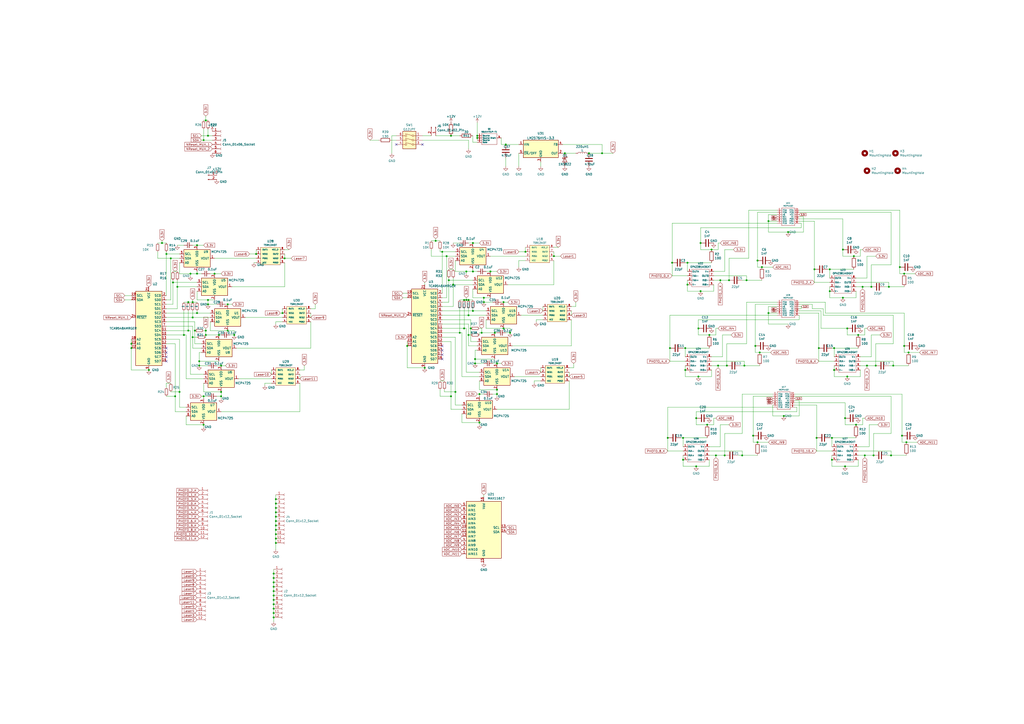
<source format=kicad_sch>
(kicad_sch (version 20230121) (generator eeschema)
  (paper "A2")
  (lib_symbols
    (symbol "Analog_ADC:MAX11617" (pin_names (offset 1.016))
      (property "Reference" "U" (at 11.43 -11.43 0))
      (property "Value" "MAX11617" (at 11.43 -13.97 0))
      (symbol "MAX11617_1_1"
        (pin input line (at -12.7 -15.24 0) (length 2.54) (name "AIN11") (number "1"))
        (pin input line (at -12.7 0 0) (length 2.54) (name "AIN5") (number "10"))
        (pin input line (at -12.7 -2.54 0) (length 2.54) (name "AIN6") (number "11"))
        (pin input line (at -12.7 -5.08 0) (length 2.54) (name "AIN7") (number "12"))
        (pin input line (at 12.7 0 180) (length 2.54) (name "SCL") (number "13"))
        (pin bidirectional line (at 12.7 -2.54 180) (length 2.54) (name "SDA") (number "14"))
        (pin power_in line (at 0 -20.32 90) (length 2.54) (name "GND") (number "15"))
        (pin power_in line (at 0 17.78 270) (length 2.54) (name "Vdd") (number "16"))
        (pin input line (at -12.7 -12.7 0) (length 2.54) (name "AIN10") (number "2"))
        (pin input line (at -12.7 -10.16 0) (length 2.54) (name "AIN9") (number "3"))
        (pin input line (at -12.7 -7.62 0) (length 2.54) (name "AIN8") (number "4"))
        (pin input line (at -12.7 12.7 0) (length 2.54) (name "AIN0") (number "5"))
        (pin input line (at -12.7 10.16 0) (length 2.54) (name "AIN1") (number "6"))
        (pin input line (at -12.7 7.62 0) (length 2.54) (name "AIN2") (number "7"))
        (pin input line (at -12.7 5.08 0) (length 2.54) (name "AIN3") (number "8"))
        (pin input line (at -12.7 2.54 0) (length 2.54) (name "AIN4") (number "9"))
      )
    )
    (symbol "Analog_DAC:MCP4725xxx-xCH"
      (property "Reference" "U" (at -6.35 6.35 0))
      (property "Value" "MCP4725xxx-xCH" (at 8.89 6.35 0))
      (symbol "MCP4725xxx-xCH_1_1"
        (pin output line (at 10.16 0 180) (length 2.54) (name "VOUT") (number "1"))
        (pin power_in line (at 0 -7.62 90) (length 2.54) (name "VSS") (number "2"))
        (pin power_in line (at 0 7.62 270) (length 2.54) (name "VDD") (number "3"))
        (pin bidirectional line (at -10.16 0 0) (length 2.54) (name "SDA") (number "4"))
        (pin input line (at -10.16 2.54 0) (length 2.54) (name "SCL") (number "5"))
        (pin input line (at -10.16 -2.54 0) (length 2.54) (name "A0") (number "6"))
      )
    )
    (symbol "Connector:Conn_01x02_Pin" (pin_names (offset 1.016) hide)
      (property "Reference" "J" (at 0 2.54 0))
      (property "Value" "Conn_01x02_Pin" (at 0 -5.08 0))
      (symbol "Conn_01x02_Pin_1_1"
        (pin passive line (at 5.08 0 180) (length 3.81) (name "Pin_1") (number "1"))
        (pin passive line (at 5.08 -2.54 180) (length 3.81) (name "Pin_2") (number "2"))
      )
    )
    (symbol "Connector:Conn_01x06_Socket" (pin_names (offset 1.016) hide)
      (property "Reference" "J" (at 0 7.62 0))
      (property "Value" "Conn_01x06_Socket" (at 0 -10.16 0))
      (symbol "Conn_01x06_Socket_1_1"
        (pin passive line (at -5.08 5.08 0) (length 3.81) (name "Pin_1") (number "1"))
        (pin passive line (at -5.08 2.54 0) (length 3.81) (name "Pin_2") (number "2"))
        (pin passive line (at -5.08 0 0) (length 3.81) (name "Pin_3") (number "3"))
        (pin passive line (at -5.08 -2.54 0) (length 3.81) (name "Pin_4") (number "4"))
        (pin passive line (at -5.08 -5.08 0) (length 3.81) (name "Pin_5") (number "5"))
        (pin passive line (at -5.08 -7.62 0) (length 3.81) (name "Pin_6") (number "6"))
      )
    )
    (symbol "Connector:Conn_01x12_Socket" (pin_names (offset 1.016) hide)
      (property "Reference" "J" (at 0 15.24 0))
      (property "Value" "Conn_01x12_Socket" (at 0 -17.78 0))
      (symbol "Conn_01x12_Socket_1_1"
        (pin passive line (at -5.08 12.7 0) (length 3.81) (name "Pin_1") (number "1"))
        (pin passive line (at -5.08 -10.16 0) (length 3.81) (name "Pin_10") (number "10"))
        (pin passive line (at -5.08 -12.7 0) (length 3.81) (name "Pin_11") (number "11"))
        (pin passive line (at -5.08 -15.24 0) (length 3.81) (name "Pin_12") (number "12"))
        (pin passive line (at -5.08 10.16 0) (length 3.81) (name "Pin_2") (number "2"))
        (pin passive line (at -5.08 7.62 0) (length 3.81) (name "Pin_3") (number "3"))
        (pin passive line (at -5.08 5.08 0) (length 3.81) (name "Pin_4") (number "4"))
        (pin passive line (at -5.08 2.54 0) (length 3.81) (name "Pin_5") (number "5"))
        (pin passive line (at -5.08 0 0) (length 3.81) (name "Pin_6") (number "6"))
        (pin passive line (at -5.08 -2.54 0) (length 3.81) (name "Pin_7") (number "7"))
        (pin passive line (at -5.08 -5.08 0) (length 3.81) (name "Pin_8") (number "8"))
        (pin passive line (at -5.08 -7.62 0) (length 3.81) (name "Pin_9") (number "9"))
      )
    )
    (symbol "Device:C" (pin_numbers hide) (pin_names (offset 0.254))
      (property "Reference" "C" (at 0.635 2.54 0))
      (property "Value" "C" (at 0.635 -2.54 0))
      (symbol "C_1_1"
        (pin passive line (at 0 3.81 270) (length 2.794) (name "~") (number "1"))
        (pin passive line (at 0 -3.81 90) (length 2.794) (name "~") (number "2"))
      )
    )
    (symbol "Device:C_Small" (pin_numbers hide) (pin_names (offset 0.254) hide)
      (property "Reference" "C" (at 0.254 1.778 0))
      (property "Value" "C_Small" (at 0.254 -2.032 0))
      (symbol "C_Small_1_1"
        (pin passive line (at 0 2.54 270) (length 2.032) (name "~") (number "1"))
        (pin passive line (at 0 -2.54 90) (length 2.032) (name "~") (number "2"))
      )
    )
    (symbol "Device:L" (pin_numbers hide) (pin_names (offset 1.016) hide)
      (property "Reference" "L" (at -1.27 0 90))
      (property "Value" "L" (at 1.905 0 90))
      (symbol "L_1_1"
        (pin passive line (at 0 3.81 270) (length 1.27) (name "1") (number "1"))
        (pin passive line (at 0 -3.81 90) (length 1.27) (name "2") (number "2"))
      )
    )
    (symbol "Device:R" (pin_numbers hide) (pin_names (offset 0))
      (property "Reference" "R" (at 2.032 0 90))
      (property "Value" "R" (at 0 0 90))
      (symbol "R_1_1"
        (pin passive line (at 0 3.81 270) (length 1.27) (name "~") (number "1"))
        (pin passive line (at 0 -3.81 90) (length 1.27) (name "~") (number "2"))
      )
    )
    (symbol "Device:R_Small" (pin_numbers hide) (pin_names (offset 0.254) hide)
      (property "Reference" "R" (at 0.762 0.508 0))
      (property "Value" "R_Small" (at 0.762 -1.016 0))
      (symbol "R_Small_1_1"
        (pin passive line (at 0 2.54 270) (length 0.762) (name "~") (number "1"))
        (pin passive line (at 0 -2.54 90) (length 0.762) (name "~") (number "2"))
      )
    )
    (symbol "Diode:1N5822" (pin_numbers hide) (pin_names (offset 1.016) hide)
      (property "Reference" "D" (at 0 2.54 0))
      (property "Value" "1N5822" (at 0 -2.54 0))
      (symbol "1N5822_1_1"
        (pin passive line (at -3.81 0 0) (length 2.54) (name "K") (number "1"))
        (pin passive line (at 3.81 0 180) (length 2.54) (name "A") (number "2"))
      )
    )
    (symbol "Interface_Expansion:TCA9548AMRGER"
      (property "Reference" "U" (at -7.62 21.59 0))
      (property "Value" "TCA9548AMRGER" (at 1.016 21.59 0))
      (symbol "TCA9548AMRGER_1_1"
        (pin bidirectional line (at 10.16 15.24 180) (length 2.54) (name "SD0") (number "1"))
        (pin bidirectional line (at 10.16 -5.08 180) (length 2.54) (name "SD4") (number "10"))
        (pin output line (at 10.16 -2.54 180) (length 2.54) (name "SC4") (number "11"))
        (pin bidirectional line (at 10.16 -10.16 180) (length 2.54) (name "SD5") (number "12"))
        (pin output line (at 10.16 -7.62 180) (length 2.54) (name "SC5") (number "13"))
        (pin bidirectional line (at 10.16 -15.24 180) (length 2.54) (name "SD6") (number "14"))
        (pin output line (at 10.16 -12.7 180) (length 2.54) (name "SC6") (number "15"))
        (pin bidirectional line (at 10.16 -20.32 180) (length 2.54) (name "SD7") (number "16"))
        (pin output line (at 10.16 -17.78 180) (length 2.54) (name "SC7") (number "17"))
        (pin input line (at -10.16 -7.62 0) (length 2.54) (name "A2") (number "18"))
        (pin input line (at -10.16 17.78 0) (length 2.54) (name "SCL") (number "19"))
        (pin output line (at 10.16 17.78 180) (length 2.54) (name "SC0") (number "2"))
        (pin bidirectional line (at -10.16 15.24 0) (length 2.54) (name "SDA") (number "20"))
        (pin power_in line (at 0 22.86 270) (length 2.54) (name "VCC") (number "21"))
        (pin input line (at -10.16 -12.7 0) (length 2.54) (name "A0") (number "22"))
        (pin input line (at -10.16 -10.16 0) (length 2.54) (name "A1") (number "23"))
        (pin input line (at -10.16 5.08 0) (length 2.54) (name "~{RESET}") (number "24"))
        (pin no_connect line (at -7.62 -15.24 0) (length 2.54) hide (name "1EP") (number "25"))
        (pin bidirectional line (at 10.16 10.16 180) (length 2.54) (name "SD1") (number "3"))
        (pin output line (at 10.16 12.7 180) (length 2.54) (name "SC1") (number "4"))
        (pin bidirectional line (at 10.16 5.08 180) (length 2.54) (name "SD2") (number "5"))
        (pin output line (at 10.16 7.62 180) (length 2.54) (name "SC2") (number "6"))
        (pin bidirectional line (at 10.16 0 180) (length 2.54) (name "SD3") (number "7"))
        (pin output line (at 10.16 2.54 180) (length 2.54) (name "SC3") (number "8"))
        (pin power_in line (at 0 -25.4 90) (length 2.54) (name "GND") (number "9"))
      )
    )
    (symbol "Laser_Harp:MCP4432"
      (property "Reference" "U" (at 2.54 11.43 0))
      (property "Value" "MCP4432" (at 2.54 -1.27 0))
      (symbol "MCP4432_1_1"
        (pin input line (at -3.81 8.89 0) (length 2.54) (name "P3W") (number "1"))
        (pin input line (at 8.89 3.81 180) (length 2.54) (name "P0B") (number "10"))
        (pin input line (at 8.89 5.08 180) (length 2.54) (name "A1") (number "11"))
        (pin input line (at 8.89 6.35 180) (length 2.54) (name "VCC") (number "12"))
        (pin input line (at 8.89 7.62 180) (length 2.54) (name "P2B") (number "13"))
        (pin input line (at 8.89 8.89 180) (length 2.54) (name "P2W") (number "14"))
        (pin input line (at -3.81 7.62 0) (length 2.54) (name "P3B") (number "2"))
        (pin input line (at -3.81 6.35 0) (length 2.54) (name "A0") (number "3"))
        (pin input line (at -3.81 5.08 0) (length 2.54) (name "SCL") (number "4"))
        (pin input line (at -3.81 3.81 0) (length 2.54) (name "SDA") (number "5"))
        (pin input line (at -3.81 2.54 0) (length 2.54) (name "GND") (number "6"))
        (pin input line (at -3.81 1.27 0) (length 2.54) (name "P1B") (number "7"))
        (pin input line (at 8.89 1.27 180) (length 2.54) (name "P1W") (number "8"))
        (pin input line (at 8.89 2.54 180) (length 2.54) (name "P0W") (number "9"))
      )
    )
    (symbol "Laser_Harp:OPA2381AIDGKT" (pin_names (offset 0.254))
      (property "Reference" "U" (at 12.7 5.08 0))
      (property "Value" "OPA2381AIDGKT" (at 12.7 2.54 0))
      (symbol "OPA2381AIDGKT_1_1"
        (pin output line (at 5.08 -1.27 0) (length 2.54) (name "OUTA") (number "1"))
        (pin input line (at 5.08 -3.81 0) (length 2.54) (name "INA-") (number "2"))
        (pin input line (at 5.08 -6.35 0) (length 2.54) (name "INA+") (number "3"))
        (pin power_in line (at 5.08 -8.89 0) (length 2.54) (name "V-") (number "4"))
        (pin input line (at 20.32 -8.89 180) (length 2.54) (name "INB+") (number "5"))
        (pin input line (at 20.32 -6.35 180) (length 2.54) (name "INB-") (number "6"))
        (pin output line (at 20.32 -3.81 180) (length 2.54) (name "OUTB") (number "7"))
        (pin power_in line (at 20.32 -1.27 180) (length 2.54) (name "V+") (number "8"))
      )
    )
    (symbol "Mechanical:MountingHole" (pin_names (offset 1.016))
      (property "Reference" "H" (at 0 5.08 0))
      (property "Value" "MountingHole" (at 0 3.175 0))
    )
    (symbol "Regulator_Switching:LM2576HVS-3.3" (pin_names (offset 0.254))
      (property "Reference" "U" (at -10.16 6.35 0))
      (property "Value" "LM2576HVS-3.3" (at 0 6.35 0))
      (symbol "LM2576HVS-3.3_1_1"
        (pin power_in line (at -12.7 2.54 0) (length 2.54) (name "VIN") (number "1"))
        (pin output line (at 12.7 -2.54 180) (length 2.54) (name "OUT") (number "2"))
        (pin power_in line (at 0 -7.62 90) (length 2.54) (name "GND") (number "3"))
        (pin input line (at 12.7 2.54 180) (length 2.54) (name "FB") (number "4"))
        (pin input line (at -12.7 -2.54 0) (length 2.54) (name "~{ON}/OFF") (number "5"))
      )
    )
    (symbol "Switch:SW_DIP_x03" (pin_names (offset 0) hide)
      (property "Reference" "SW" (at 0 8.89 0))
      (property "Value" "SW_DIP_x03" (at 0 -3.81 0))
      (symbol "SW_DIP_x03_1_1"
        (pin passive line (at -7.62 5.08 0) (length 5.08) (name "~") (number "1"))
        (pin passive line (at -7.62 2.54 0) (length 5.08) (name "~") (number "2"))
        (pin passive line (at -7.62 0 0) (length 5.08) (name "~") (number "3"))
        (pin passive line (at 7.62 0 180) (length 5.08) (name "~") (number "4"))
        (pin passive line (at 7.62 2.54 180) (length 5.08) (name "~") (number "5"))
        (pin passive line (at 7.62 5.08 180) (length 5.08) (name "~") (number "6"))
      )
    )
    (symbol "TS912AIDT_1" (pin_names (offset 1.016))
      (property "Reference" "U" (at -1.27 5.08 0))
      (property "Value" "TS912AIDT" (at -3.81 7.62 0))
      (symbol "TS912AIDT_1_1_0"
        (pin output line (at -8.89 3.81 0) (length 2.54) (name "OUT1") (number "1"))
        (pin input line (at -8.89 1.27 0) (length 2.54) (name "NEG1") (number "2"))
        (pin input line (at -8.89 -1.27 0) (length 2.54) (name "POS1") (number "3"))
        (pin power_in line (at -8.89 -3.81 0) (length 2.54) (name "VCC") (number "4"))
        (pin input line (at 7.62 -3.81 180) (length 2.54) (name "POS2") (number "5"))
        (pin input line (at 7.62 -1.27 180) (length 2.54) (name "NEG2") (number "6"))
        (pin output line (at 7.62 1.27 180) (length 2.54) (name "OUT2") (number "7"))
        (pin power_in line (at 7.62 3.81 180) (length 2.54) (name "VCC_2") (number "8"))
      )
    )
    (symbol "TicTacToe:SQJ147ELP-T1"
      (property "Reference" "Q" (at 0 0 0))
      (property "Value" "SQJ147ELP-T1" (at 0 1.27 0))
      (symbol "SQJ147ELP-T1_1_1"
        (pin input line (at -7.62 -2.54 0) (length 2.54) (name "Source") (number "1"))
        (pin input line (at -7.62 -3.81 0) (length 2.54) (name "Source") (number "2"))
        (pin input line (at -7.62 -5.08 0) (length 2.54) (name "Source") (number "3"))
        (pin input line (at -7.62 -6.35 0) (length 2.54) (name "Gate") (number "4"))
        (pin input line (at 6.35 -3.81 180) (length 2.54) (name "Drain") (number "5"))
      )
    )
    (symbol "power:+12V" (power) (pin_names (offset 0))
      (property "Value" "+12V" (at 0 3.556 0))
      (symbol "+12V_1_1"
        (pin power_in line (at 0 0 90) (length 0) hide (name "+12V") (number "1"))
      )
    )
    (symbol "power:GND" (power) (pin_names (offset 0))
      (property "Value" "GND" (at 0 -3.81 0))
      (symbol "GND_1_1"
        (pin power_in line (at 0 0 270) (length 0) hide (name "GND") (number "1"))
      )
    )
  )
  (junction (at 500.38 166.37))
  (junction (at 148.59 147.32))
  (junction (at 405.13 190.5))
  (junction (at 524.51 200.66))
  (junction (at 292.1 175.26))
  (junction (at 127 194.31))
  (junction (at 488.95 172.72))
  (junction (at 158.75 342.9))
  (junction (at 93.98 140.97))
  (junction (at 119.38 191.77))
  (junction (at 274.32 140.97))
  (junction (at 525.78 256.54))
  (junction (at 160.02 294.64))
  (junction (at 274.32 180.34))
  (junction (at 252.73 139.7))
  (junction (at 274.32 157.48))
  (junction (at 160.02 304.8))
  (junction (at 158.75 335.28))
  (junction (at 327.66 88.9))
  (junction (at 109.22 191.77))
  (junction (at 160.02 289.56))
  (junction (at 109.22 175.26))
  (junction (at 102.87 166.37))
  (junction (at 113.03 191.77))
  (junction (at 304.8 146.05))
  (junction (at 293.37 83.82))
  (junction (at 246.38 213.36))
  (junction (at 262.89 165.1))
  (junction (at 506.73 264.16))
  (junction (at 288.29 210.82))
  (junction (at 441.96 154.94))
  (junction (at 398.78 165.1))
  (junction (at 76.2 199.39))
  (junction (at 295.91 193.04))
  (junction (at 119.38 194.31))
  (junction (at 396.24 266.7))
  (junction (at 158.75 353.06))
  (junction (at 436.88 252.73))
  (junction (at 284.48 157.48))
  (junction (at 270.51 173.99))
  (junction (at 114.3 181.61))
  (junction (at 445.77 181.61))
  (junction (at 120.65 78.74))
  (junction (at 516.89 264.16))
  (junction (at 515.62 166.37))
  (junction (at 495.3 148.59))
  (junction (at 158.75 345.44))
  (junction (at 100.33 163.83))
  (junction (at 158.75 350.52))
  (junction (at 114.3 142.24))
  (junction (at 491.49 190.5))
  (junction (at 497.84 194.31))
  (junction (at 488.95 144.78))
  (junction (at 420.37 264.16))
  (junction (at 160.02 302.26))
  (junction (at 128.27 227.33))
  (junction (at 405.13 218.44))
  (junction (at 472.44 156.21))
  (junction (at 445.77 128.27))
  (junction (at 271.78 173.99))
  (junction (at 101.6 229.87))
  (junction (at 271.78 182.88))
  (junction (at 236.22 200.66))
  (junction (at 266.7 193.04))
  (junction (at 271.78 194.31))
  (junction (at 158.75 337.82))
  (junction (at 482.6 254))
  (junction (at 124.46 158.75))
  (junction (at 158.75 332.74))
  (junction (at 508 212.09))
  (junction (at 118.11 229.87))
  (junction (at 269.24 173.99))
  (junction (at 256.54 146.05))
  (junction (at 288.29 228.6))
  (junction (at 163.83 181.61))
  (junction (at 431.8 212.09))
  (junction (at 421.64 212.09))
  (junction (at 269.24 190.5))
  (junction (at 454.66 241.3))
  (junction (at 288.29 226.06))
  (junction (at 406.4 168.91))
  (junction (at 496.57 246.38))
  (junction (at 521.97 154.94))
  (junction (at 396.24 254))
  (junction (at 490.22 270.51))
  (junction (at 158.75 340.36))
  (junction (at 422.91 162.56))
  (junction (at 158.75 358.14))
  (junction (at 118.11 81.28))
  (junction (at 160.02 314.96))
  (junction (at 482.6 266.7))
  (junction (at 483.87 201.93))
  (junction (at 160.02 297.18))
  (junction (at 261.62 229.87))
  (junction (at 160.02 309.88))
  (junction (at 321.31 148.59))
  (junction (at 433.07 162.56))
  (junction (at 96.52 147.32))
  (junction (at 440.69 204.47))
  (junction (at 388.62 201.93))
  (junction (at 165.1 149.86))
  (junction (at 158.75 355.6))
  (junction (at 273.05 190.5))
  (junction (at 275.59 210.82))
  (junction (at 160.02 307.34))
  (junction (at 415.29 264.16))
  (junction (at 278.13 228.6))
  (junction (at 439.42 256.54))
  (junction (at 120.65 173.99))
  (junction (at 389.89 152.4))
  (junction (at 505.46 166.37))
  (junction (at 397.51 201.93))
  (junction (at 106.68 194.31))
  (junction (at 135.89 194.31))
  (junction (at 474.98 201.93))
  (junction (at 261.62 78.74))
  (junction (at 128.27 212.09))
  (junction (at 99.06 149.86))
  (junction (at 523.24 252.73))
  (junction (at 278.13 245.11))
  (junction (at 481.33 168.91))
  (junction (at 86.36 214.63))
  (junction (at 114.3 158.75))
  (junction (at 502.92 212.09))
  (junction (at 111.76 184.15))
  (junction (at 397.51 214.63))
  (junction (at 111.76 195.58))
  (junction (at 270.51 157.48))
  (junction (at 406.4 140.97))
  (junction (at 527.05 204.47))
  (junction (at 76.2 201.93))
  (junction (at 490.22 242.57))
  (junction (at 403.86 270.51))
  (junction (at 439.42 151.13))
  (junction (at 501.65 264.16))
  (junction (at 132.08 176.53))
  (junction (at 457.2 134.62))
  (junction (at 412.75 144.78))
  (junction (at 438.15 200.66))
  (junction (at 259.08 148.59))
  (junction (at 260.35 162.56))
  (junction (at 430.53 264.16))
  (junction (at 481.33 156.21))
  (junction (at 119.38 69.85))
  (junction (at 387.35 254))
  (junction (at 160.02 312.42))
  (junction (at 398.78 152.4))
  (junction (at 349.25 88.9))
  (junction (at 158.75 347.98))
  (junction (at 115.57 212.09))
  (junction (at 411.48 194.31))
  (junction (at 403.86 242.57))
  (junction (at 292.1 190.5))
  (junction (at 341.63 88.9))
  (junction (at 279.4 193.04))
  (junction (at 104.14 227.33))
  (junction (at 518.16 212.09))
  (junction (at 483.87 214.63))
  (junction (at 410.21 246.38))
  (junction (at 276.86 80.01))
  (junction (at 416.56 212.09))
  (junction (at 491.49 218.44))
  (junction (at 132.08 191.77))
  (junction (at 287.02 193.04))
  (junction (at 264.16 227.33))
  (junction (at 120.65 176.53))
  (junction (at 160.02 299.72))
  (junction (at 110.49 158.75))
  (junction (at 118.11 246.38))
  (junction (at 280.67 172.72))
  (junction (at 160.02 292.1))
  (junction (at 280.67 175.26))
  (junction (at 115.57 209.55))
  (junction (at 473.71 254))
  (junction (at 275.59 208.28))
  (junction (at 111.76 175.26))
  (junction (at 524.51 158.75))
  (junction (at 417.83 162.56))
  (junction (at 276.86 78.74))
  (junction (at 128.27 229.87))
  (no_connect (at 96.52 204.47))
  (no_connect (at 96.52 201.93))
  (no_connect (at 96.52 207.01))
  (no_connect (at 245.11 83.82))
  (no_connect (at 96.52 209.55))
  (no_connect (at 229.87 83.82))
  (no_connect (at 256.54 200.66))
  (no_connect (at 256.54 203.2))
  (no_connect (at 256.54 208.28))
  (no_connect (at 256.54 205.74))
  (wire (pts (xy 474.98 181.61) (xy 474.98 201.93)))
  (wire (pts (xy 414.02 242.57) (xy 415.29 242.57)))
  (wire (pts (xy 427.99 264.16) (xy 430.53 264.16)))
  (wire (pts (xy 160.02 314.96) (xy 160.02 318.77)))
  (wire (pts (xy 412.75 209.55) (xy 431.8 209.55)))
  (wire (pts (xy 264.16 234.95) (xy 267.97 234.95)))
  (wire (pts (xy 271.78 194.31) (xy 273.05 194.31)))
  (wire (pts (xy 173.99 222.25) (xy 173.99 238.76)))
  (wire (pts (xy 165.1 147.32) (xy 165.1 149.86)))
  (wire (pts (xy 114.3 180.34) (xy 114.3 181.61)))
  (wire (pts (xy 113.03 191.77) (xy 113.03 186.69)))
  (wire (pts (xy 264.16 151.13) (xy 264.16 157.48)))
  (wire (pts (xy 521.97 154.94) (xy 521.97 121.92)))
  (wire (pts (xy 276.86 198.12) (xy 273.05 198.12)))
  (wire (pts (xy 111.76 180.34) (xy 111.76 184.15)))
  (wire (pts (xy 436.88 229.87) (xy 448.31 229.87)))
  (wire (pts (xy 463.55 232.41) (xy 463.55 241.3)))
  (wire (pts (xy 157.48 214.63) (xy 157.48 217.17)))
  (wire (pts (xy 118.11 229.87) (xy 118.11 231.14)))
  (wire (pts (xy 463.55 179.07) (xy 464.82 179.07)))
  (wire (pts (xy 158.75 353.06) (xy 158.75 355.6)))
  (wire (pts (xy 388.62 201.93) (xy 388.62 209.55)))
  (wire (pts (xy 331.47 177.8) (xy 334.01 177.8)))
  (wire (pts (xy 411.48 194.31) (xy 415.29 194.31)))
  (wire (pts (xy 276.86 78.74) (xy 276.86 80.01)))
  (wire (pts (xy 119.38 191.77) (xy 118.11 191.77)))
  (wire (pts (xy 518.16 209.55) (xy 518.16 212.09)))
  (wire (pts (xy 396.24 266.7) (xy 396.24 270.51)))
  (wire (pts (xy 300.99 88.9) (xy 300.99 96.52)))
  (wire (pts (xy 403.86 270.51) (xy 396.24 270.51)))
  (wire (pts (xy 419.1 194.31) (xy 419.1 207.01)))
  (wire (pts (xy 233.68 170.18) (xy 236.22 170.18)))
  (wire (pts (xy 524.51 158.75) (xy 530.86 158.75)))
  (wire (pts (xy 500.38 167.64) (xy 500.38 166.37)))
  (wire (pts (xy 261.62 198.12) (xy 261.62 229.87)))
  (wire (pts (xy 290.83 83.82) (xy 293.37 83.82)))
  (wire (pts (xy 132.08 176.53) (xy 134.62 176.53)))
  (wire (pts (xy 463.55 180.34) (xy 476.25 180.34)))
  (wire (pts (xy 497.84 270.51) (xy 490.22 270.51)))
  (wire (pts (xy 158.75 337.82) (xy 158.75 340.36)))
  (wire (pts (xy 176.53 214.63) (xy 176.53 212.09)))
  (wire (pts (xy 109.22 180.34) (xy 109.22 191.77)))
  (wire (pts (xy 406.4 132.08) (xy 406.4 140.97)))
  (wire (pts (xy 300.99 151.13) (xy 300.99 154.94)))
  (wire (pts (xy 463.55 121.92) (xy 521.97 121.92)))
  (wire (pts (xy 96.52 224.79) (xy 96.52 222.25)))
  (wire (pts (xy 266.7 193.04) (xy 256.54 193.04)))
  (wire (pts (xy 100.33 163.83) (xy 100.33 162.56)))
  (wire (pts (xy 397.51 201.93) (xy 411.48 201.93)))
  (wire (pts (xy 481.33 166.37) (xy 481.33 168.91)))
  (wire (pts (xy 182.88 179.07) (xy 182.88 176.53)))
  (wire (pts (xy 411.48 264.16) (xy 415.29 264.16)))
  (wire (pts (xy 482.6 201.93) (xy 483.87 201.93)))
  (wire (pts (xy 298.45 218.44) (xy 313.69 218.44)))
  (wire (pts (xy 270.51 157.48) (xy 274.32 157.48)))
  (wire (pts (xy 285.75 228.6) (xy 288.29 228.6)))
  (wire (pts (xy 430.53 228.6) (xy 430.53 251.46)))
  (wire (pts (xy 349.25 83.82) (xy 326.39 83.82)))
  (wire (pts (xy 93.98 139.7) (xy 93.98 140.97)))
  (wire (pts (xy 302.26 182.88) (xy 314.96 182.88)))
  (wire (pts (xy 281.94 157.48) (xy 284.48 157.48)))
  (wire (pts (xy 125.73 229.87) (xy 128.27 229.87)))
  (wire (pts (xy 481.33 156.21) (xy 495.3 156.21)))
  (wire (pts (xy 412.75 218.44) (xy 405.13 218.44)))
  (wire (pts (xy 436.88 252.73) (xy 436.88 229.87)))
  (wire (pts (xy 128.27 194.31) (xy 127 194.31)))
  (wire (pts (xy 403.86 242.57) (xy 403.86 246.38)))
  (wire (pts (xy 292.1 175.26) (xy 294.64 175.26)))
  (wire (pts (xy 158.75 342.9) (xy 158.75 345.44)))
  (wire (pts (xy 483.87 212.09) (xy 483.87 214.63)))
  (wire (pts (xy 474.98 201.93) (xy 474.98 209.55)))
  (wire (pts (xy 114.3 168.91) (xy 114.3 173.99)))
  (wire (pts (xy 111.76 195.58) (xy 114.3 195.58)))
  (wire (pts (xy 439.42 123.19) (xy 439.42 151.13)))
  (wire (pts (xy 102.87 142.24) (xy 106.68 142.24)))
  (wire (pts (xy 396.24 254) (xy 410.21 254)))
  (wire (pts (xy 321.31 165.1) (xy 321.31 151.13)))
  (wire (pts (xy 505.46 153.67) (xy 505.46 166.37)))
  (wire (pts (xy 398.78 162.56) (xy 398.78 165.1)))
  (wire (pts (xy 274.32 82.55) (xy 276.86 82.55)))
  (wire (pts (xy 499.11 218.44) (xy 491.49 218.44)))
  (wire (pts (xy 518.16 182.88) (xy 477.52 182.88)))
  (wire (pts (xy 162.56 181.61) (xy 163.83 181.61)))
  (wire (pts (xy 412.75 212.09) (xy 416.56 212.09)))
  (wire (pts (xy 91.44 140.97) (xy 93.98 140.97)))
  (wire (pts (xy 118.11 217.17) (xy 110.49 217.17)))
  (wire (pts (xy 109.22 191.77) (xy 96.52 191.77)))
  (wire (pts (xy 262.89 165.1) (xy 262.89 177.8)))
  (wire (pts (xy 262.89 165.1) (xy 274.32 165.1)))
  (wire (pts (xy 288.29 226.06) (xy 288.29 228.6)))
  (wire (pts (xy 500.38 242.57) (xy 501.65 242.57)))
  (wire (pts (xy 466.09 125.73) (xy 466.09 134.62)))
  (wire (pts (xy 414.02 162.56) (xy 417.83 162.56)))
  (wire (pts (xy 388.62 209.55) (xy 397.51 209.55)))
  (wire (pts (xy 321.31 143.51) (xy 323.85 143.51)))
  (wire (pts (xy 271.78 140.97) (xy 274.32 140.97)))
  (wire (pts (xy 259.08 172.72) (xy 256.54 172.72)))
  (wire (pts (xy 273.05 190.5) (xy 273.05 185.42)))
  (wire (pts (xy 264.16 146.05) (xy 256.54 146.05)))
  (wire (pts (xy 104.14 196.85) (xy 96.52 196.85)))
  (wire (pts (xy 500.38 166.37) (xy 505.46 166.37)))
  (wire (pts (xy 445.77 128.27) (xy 450.85 128.27)))
  (wire (pts (xy 488.95 148.59) (xy 495.3 148.59)))
  (wire (pts (xy 436.88 252.73) (xy 436.88 256.54)))
  (wire (pts (xy 278.13 193.04) (xy 278.13 194.31)))
  (wire (pts (xy 419.1 194.31) (xy 424.18 194.31)))
  (wire (pts (xy 412.75 207.01) (xy 419.1 207.01)))
  (wire (pts (xy 118.11 247.65) (xy 118.11 246.38)))
  (wire (pts (xy 270.51 215.9) (xy 270.51 190.5)))
  (wire (pts (xy 99.06 227.33) (xy 104.14 227.33)))
  (wire (pts (xy 138.43 219.71) (xy 157.48 219.71)))
  (wire (pts (xy 261.62 78.74) (xy 266.7 78.74)))
  (wire (pts (xy 433.07 162.56) (xy 441.96 162.56)))
  (wire (pts (xy 128.27 231.14) (xy 128.27 229.87)))
  (wire (pts (xy 490.22 242.57) (xy 490.22 233.68)))
  (wire (pts (xy 397.51 214.63) (xy 397.51 218.44)))
  (wire (pts (xy 445.77 124.46) (xy 450.85 124.46)))
  (wire (pts (xy 255.27 146.05) (xy 256.54 146.05)))
  (wire (pts (xy 158.75 332.74) (xy 158.75 335.28)))
  (wire (pts (xy 275.59 203.2) (xy 276.86 203.2)))
  (wire (pts (xy 523.24 252.73) (xy 523.24 228.6)))
  (wire (pts (xy 120.65 176.53) (xy 120.65 173.99)))
  (wire (pts (xy 158.75 335.28) (xy 158.75 337.82)))
  (wire (pts (xy 214.63 81.28) (xy 219.71 81.28)))
  (wire (pts (xy 295.91 190.5) (xy 292.1 190.5)))
  (wire (pts (xy 111.76 195.58) (xy 111.76 189.23)))
  (wire (pts (xy 406.4 140.97) (xy 406.4 144.78)))
  (wire (pts (xy 473.71 234.95) (xy 461.01 234.95)))
  (wire (pts (xy 513.08 166.37) (xy 515.62 166.37)))
  (wire (pts (xy 481.33 168.91) (xy 481.33 172.72)))
  (wire (pts (xy 160.02 297.18) (xy 160.02 299.72)))
  (wire (pts (xy 321.31 148.59) (xy 325.12 148.59)))
  (wire (pts (xy 448.31 228.6) (xy 430.53 228.6)))
  (wire (pts (xy 491.49 218.44) (xy 483.87 218.44)))
  (wire (pts (xy 488.95 144.78) (xy 488.95 148.59)))
  (wire (pts (xy 473.71 261.62) (xy 482.6 261.62)))
  (wire (pts (xy 496.57 168.91) (xy 496.57 172.72)))
  (wire (pts (xy 288.29 210.82) (xy 290.83 210.82)))
  (wire (pts (xy 505.46 194.31) (xy 505.46 207.01)))
  (wire (pts (xy 421.64 199.39) (xy 433.07 199.39)))
  (wire (pts (xy 111.76 142.24) (xy 114.3 142.24)))
  (wire (pts (xy 477.52 179.07) (xy 471.17 179.07)))
  (wire (pts (xy 262.89 177.8) (xy 256.54 177.8)))
  (wire (pts (xy 524.51 200.66) (xy 524.51 204.47)))
  (wire (pts (xy 99.06 149.86) (xy 99.06 173.99)))
  (wire (pts (xy 124.46 149.86) (xy 148.59 149.86)))
  (wire (pts (xy 128.27 158.75) (xy 124.46 158.75)))
  (wire (pts (xy 121.92 158.75) (xy 124.46 158.75)))
  (wire (pts (xy 504.19 246.38) (xy 504.19 259.08)))
  (wire (pts (xy 332.74 213.36) (xy 332.74 210.82)))
  (wire (pts (xy 252.73 78.74) (xy 261.62 78.74)))
  (wire (pts (xy 508 199.39) (xy 508 212.09)))
  (wire (pts (xy 293.37 83.82) (xy 300.99 83.82)))
  (wire (pts (xy 327.66 88.9) (xy 334.01 88.9)))
  (wire (pts (xy 398.78 165.1) (xy 398.78 168.91)))
  (wire (pts (xy 114.3 158.75) (xy 114.3 157.48)))
  (wire (pts (xy 396.24 201.93) (xy 397.51 201.93)))
  (wire (pts (xy 463.55 181.61) (xy 474.98 181.61)))
  (wire (pts (xy 128.27 238.76) (xy 173.99 238.76)))
  (wire (pts (xy 160.02 186.69) (xy 160.02 187.96)))
  (wire (pts (xy 293.37 193.04) (xy 295.91 193.04)))
  (wire (pts (xy 501.65 264.16) (xy 506.73 264.16)))
  (wire (pts (xy 157.48 222.25) (xy 153.67 222.25)))
  (wire (pts (xy 518.16 212.09) (xy 527.05 212.09)))
  (wire (pts (xy 516.89 251.46) (xy 516.89 229.87)))
  (wire (pts (xy 142.24 184.15) (xy 163.83 184.15)))
  (wire (pts (xy 236.22 213.36) (xy 246.38 213.36)))
  (wire (pts (xy 525.78 256.54) (xy 532.13 256.54)))
  (wire (pts (xy 111.76 184.15) (xy 121.92 184.15)))
  (wire (pts (xy 158.75 355.6) (xy 158.75 358.14)))
  (wire (pts (xy 288.29 229.87) (xy 288.29 228.6)))
  (wire (pts (xy 260.35 162.56) (xy 260.35 175.26)))
  (wire (pts (xy 405.13 218.44) (xy 397.51 218.44)))
  (wire (pts (xy 104.14 236.22) (xy 104.14 227.33)))
  (wire (pts (xy 508 199.39) (xy 518.16 199.39)))
  (wire (pts (xy 414.02 160.02) (xy 433.07 160.02)))
  (wire (pts (xy 274.32 172.72) (xy 280.67 172.72)))
  (wire (pts (xy 415.29 190.5) (xy 416.56 190.5)))
  (wire (pts (xy 397.51 152.4) (xy 398.78 152.4)))
  (wire (pts (xy 104.14 236.22) (xy 107.95 236.22)))
  (wire (pts (xy 415.29 194.31) (xy 415.29 190.5)))
  (wire (pts (xy 411.48 261.62) (xy 430.53 261.62)))
  (wire (pts (xy 420.37 251.46) (xy 420.37 264.16)))
  (wire (pts (xy 434.34 121.92) (xy 450.85 121.92)))
  (wire (pts (xy 421.64 199.39) (xy 421.64 212.09)))
  (wire (pts (xy 158.75 330.2) (xy 158.75 332.74)))
  (wire (pts (xy 464.82 177.8) (xy 463.55 177.8)))
  (wire (pts (xy 499.11 144.78) (xy 500.38 144.78)))
  (wire (pts (xy 502.92 148.59) (xy 508 148.59)))
  (wire (pts (xy 523.24 252.73) (xy 523.24 256.54)))
  (wire (pts (xy 415.29 264.16) (xy 420.37 264.16)))
  (wire (pts (xy 523.24 256.54) (xy 525.78 256.54)))
  (wire (pts (xy 430.53 162.56) (xy 433.07 162.56)))
  (wire (pts (xy 483.87 201.93) (xy 483.87 207.01)))
  (wire (pts (xy 104.14 152.4) (xy 104.14 158.75)))
  (wire (pts (xy 463.55 185.42) (xy 463.55 182.88)))
  (wire (pts (xy 278.13 193.04) (xy 279.4 193.04)))
  (wire (pts (xy 76.2 196.85) (xy 76.2 199.39)))
  (wire (pts (xy 118.11 69.85) (xy 119.38 69.85)))
  (wire (pts (xy 396.24 264.16) (xy 396.24 266.7)))
  (wire (pts (xy 153.67 222.25) (xy 153.67 223.52)))
  (wire (pts (xy 250.19 139.7) (xy 252.73 139.7)))
  (wire (pts (xy 91.44 146.05) (xy 91.44 149.86)))
  (wire (pts (xy 490.22 246.38) (xy 496.57 246.38)))
  (wire (pts (xy 280.67 175.26) (xy 280.67 172.72)))
  (wire (pts (xy 116.84 201.93) (xy 111.76 201.93)))
  (wire (pts (xy 109.22 175.26) (xy 111.76 175.26)))
  (wire (pts (xy 457.2 187.96) (xy 445.77 187.96)))
  (wire (pts (xy 276.86 228.6) (xy 278.13 228.6)))
  (wire (pts (xy 397.51 201.93) (xy 397.51 207.01)))
  (wire (pts (xy 260.35 162.56) (xy 260.35 161.29)))
  (wire (pts (xy 276.86 80.01) (xy 276.86 81.28)))
  (wire (pts (xy 107.95 219.71) (xy 107.95 194.31)))
  (wire (pts (xy 113.03 186.69) (xy 96.52 186.69)))
  (wire (pts (xy 403.86 246.38) (xy 410.21 246.38)))
  (wire (pts (xy 130.81 176.53) (xy 132.08 176.53)))
  (wire (pts (xy 255.27 220.98) (xy 257.81 220.98)))
  (wire (pts (xy 497.84 266.7) (xy 497.84 270.51)))
  (wire (pts (xy 414.02 165.1) (xy 414.02 168.91)))
  (wire (pts (xy 330.2 213.36) (xy 332.74 213.36)))
  (wire (pts (xy 417.83 246.38) (xy 417.83 259.08)))
  (wire (pts (xy 160.02 302.26) (xy 160.02 304.8)))
  (wire (pts (xy 491.49 190.5) (xy 476.25 190.5)))
  (wire (pts (xy 313.69 93.98) (xy 313.69 96.52)))
  (wire (pts (xy 100.33 176.53) (xy 96.52 176.53)))
  (wire (pts (xy 474.98 209.55) (xy 483.87 209.55)))
  (wire (pts (xy 478.79 181.61) (xy 478.79 175.26)))
  (wire (pts (xy 118.11 81.28) (xy 123.19 81.28)))
  (wire (pts (xy 496.57 163.83) (xy 515.62 163.83)))
  (wire (pts (xy 433.07 199.39) (xy 433.07 175.26)))
  (wire (pts (xy 521.97 154.94) (xy 521.97 158.75)))
  (wire (pts (xy 331.47 185.42) (xy 331.47 200.66)))
  (wire (pts (xy 262.89 161.29) (xy 262.89 165.1)))
  (wire (pts (xy 516.89 264.16) (xy 525.78 264.16)))
  (wire (pts (xy 274.32 180.34) (xy 281.94 180.34)))
  (wire (pts (xy 118.11 227.33) (xy 128.27 227.33)))
  (wire (pts (xy 280.67 175.26) (xy 285.75 175.26)))
  (wire (pts (xy 398.78 152.4) (xy 412.75 152.4)))
  (wire (pts (xy 236.22 198.12) (xy 236.22 200.66)))
  (wire (pts (xy 497.84 261.62) (xy 516.89 261.62)))
  (wire (pts (xy 521.97 158.75) (xy 524.51 158.75)))
  (wire (pts (xy 461.01 228.6) (xy 523.24 228.6)))
  (wire (pts (xy 417.83 246.38) (xy 422.91 246.38)))
  (wire (pts (xy 229.87 78.74) (xy 227.33 78.74)))
  (wire (pts (xy 104.14 147.32) (xy 96.52 147.32)))
  (wire (pts (xy 313.69 220.98) (xy 309.88 220.98)))
  (wire (pts (xy 514.35 264.16) (xy 516.89 264.16)))
  (wire (pts (xy 499.11 212.09) (xy 502.92 212.09)))
  (wire (pts (xy 278.13 228.6) (xy 280.67 228.6)))
  (wire (pts (xy 118.11 74.93) (xy 118.11 81.28)))
  (wire (pts (xy 72.39 173.99) (xy 76.2 173.99)))
  (wire (pts (xy 448.31 241.3) (xy 454.66 241.3)))
  (wire (pts (xy 267.97 240.03) (xy 267.97 245.11)))
  (wire (pts (xy 260.35 175.26) (xy 256.54 175.26)))
  (wire (pts (xy 110.49 217.17) (xy 110.49 191.77)))
  (wire (pts (xy 279.4 190.5) (xy 279.4 193.04)))
  (wire (pts (xy 497.84 194.31) (xy 501.65 194.31)))
  (wire (pts (xy 314.96 185.42) (xy 311.15 185.42)))
  (wire (pts (xy 341.63 88.9) (xy 349.25 88.9)))
  (wire (pts (xy 278.13 215.9) (xy 270.51 215.9)))
  (wire (pts (xy 483.87 214.63) (xy 483.87 218.44)))
  (wire (pts (xy 488.95 144.78) (xy 488.95 127)))
  (wire (pts (xy 420.37 144.78) (xy 425.45 144.78)))
  (wire (pts (xy 349.25 88.9) (xy 349.25 83.82)))
  (wire (pts (xy 405.13 185.42) (xy 463.55 185.42)))
  (wire (pts (xy 445.77 134.62) (xy 445.77 128.27)))
  (wire (pts (xy 411.48 266.7) (xy 411.48 270.51)))
  (wire (pts (xy 118.11 229.87) (xy 120.65 229.87)))
  (wire (pts (xy 114.3 175.26) (xy 111.76 175.26)))
  (wire (pts (xy 389.89 160.02) (xy 398.78 160.02)))
  (wire (pts (xy 160.02 312.42) (xy 160.02 314.96)))
  (wire (pts (xy 116.84 78.74) (xy 120.65 78.74)))
  (wire (pts (xy 496.57 246.38) (xy 500.38 246.38)))
  (wire (pts (xy 274.32 157.48) (xy 274.32 156.21)))
  (wire (pts (xy 499.11 214.63) (xy 499.11 218.44)))
  (wire (pts (xy 429.26 212.09) (xy 431.8 212.09)))
  (wire (pts (xy 160.02 307.34) (xy 160.02 309.88)))
  (wire (pts (xy 267.97 218.44) (xy 267.97 193.04)))
  (wire (pts (xy 406.4 144.78) (xy 412.75 144.78)))
  (wire (pts (xy 115.57 212.09) (xy 120.65 212.09)))
  (wire (pts (xy 135.89 191.77) (xy 132.08 191.77)))
  (wire (pts (xy 414.02 168.91) (xy 406.4 168.91)))
  (wire (pts (xy 160.02 287.02) (xy 160.02 289.56)))
  (wire (pts (xy 501.65 265.43) (xy 501.65 264.16)))
  (wire (pts (xy 93.98 140.97) (xy 96.52 140.97)))
  (wire (pts (xy 501.65 190.5) (xy 502.92 190.5)))
  (wire (pts (xy 267.97 193.04) (xy 266.7 193.04)))
  (wire (pts (xy 411.48 270.51) (xy 403.86 270.51)))
  (wire (pts (xy 464.82 179.07) (xy 464.82 177.8)))
  (wire (pts (xy 471.17 179.07) (xy 471.17 176.53)))
  (wire (pts (xy 482.6 254) (xy 496.57 254)))
  (wire (pts (xy 314.96 177.8) (xy 314.96 180.34)))
  (wire (pts (xy 410.21 246.38) (xy 414.02 246.38)))
  (wire (pts (xy 394.97 254) (xy 396.24 254)))
  (wire (pts (xy 285.75 210.82) (xy 288.29 210.82)))
  (wire (pts (xy 349.25 88.9) (xy 355.6 88.9)))
  (wire (pts (xy 180.34 181.61) (xy 180.34 184.15)))
  (wire (pts (xy 96.52 222.25) (xy 99.06 222.25)))
  (wire (pts (xy 275.59 203.2) (xy 275.59 208.28)))
  (wire (pts (xy 497.84 259.08) (xy 504.19 259.08)))
  (wire (pts (xy 311.15 185.42) (xy 311.15 186.69)))
  (wire (pts (xy 515.62 166.37) (xy 524.51 166.37)))
  (wire (pts (xy 115.57 204.47) (xy 116.84 204.47)))
  (wire (pts (xy 100.33 157.48) (xy 102.87 157.48)))
  (wire (pts (xy 119.38 191.77) (xy 119.38 194.31)))
  (wire (pts (xy 275.59 210.82) (xy 280.67 210.82)))
  (wire (pts (xy 430.53 264.16) (xy 439.42 264.16)))
  (wire (pts (xy 300.99 146.05) (xy 304.8 146.05)))
  (wire (pts (xy 246.38 163.83) (xy 246.38 165.1)))
  (wire (pts (xy 515.62 212.09) (xy 518.16 212.09)))
  (wire (pts (xy 276.86 200.66) (xy 271.78 200.66)))
  (wire (pts (xy 445.77 177.8) (xy 450.85 177.8)))
  (wire (pts (xy 269.24 190.5) (xy 256.54 190.5)))
  (wire (pts (xy 96.52 146.05) (xy 96.52 147.32)))
  (wire (pts (xy 227.33 81.28) (xy 229.87 81.28)))
  (wire (pts (xy 264.16 195.58) (xy 256.54 195.58)))
  (wire (pts (xy 116.84 229.87) (xy 118.11 229.87)))
  (wire (pts (xy 119.38 69.85) (xy 120.65 69.85)))
  (wire (pts (xy 524.51 200.66) (xy 524.51 181.61)))
  (wire (pts (xy 463.55 175.26) (xy 478.79 175.26)))
  (wire (pts (xy 313.69 213.36) (xy 313.69 215.9)))
  (wire (pts (xy 439.42 154.94) (xy 441.96 154.94)))
  (wire (pts (xy 406.4 168.91) (xy 398.78 168.91)))
  (wire (pts (xy 403.86 238.76) (xy 403.86 242.57)))
  (wire (pts (xy 102.87 162.56) (xy 102.87 166.37)))
  (wire (pts (xy 466.09 134.62) (xy 457.2 134.62)))
  (wire (pts (xy 417.83 162.56) (xy 422.91 162.56)))
  (wire (pts (xy 450.85 176.53) (xy 438.15 176.53)))
  (wire (pts (xy 120.65 176.53) (xy 125.73 176.53)))
  (wire (pts (xy 491.49 190.5) (xy 491.49 194.31)))
  (wire (pts (xy 405.13 194.31) (xy 411.48 194.31)))
  (wire (pts (xy 116.84 199.39) (xy 113.03 199.39)))
  (wire (pts (xy 293.37 91.44) (xy 293.37 96.52)))
  (wire (pts (xy 405.13 190.5) (xy 405.13 194.31)))
  (wire (pts (xy 110.49 158.75) (xy 114.3 158.75)))
  (wire (pts (xy 496.57 161.29) (xy 502.92 161.29)))
  (wire (pts (xy 144.78 147.32) (xy 148.59 147.32)))
  (wire (pts (xy 420.37 251.46) (xy 430.53 251.46)))
  (wire (pts (xy 495.3 148.59) (xy 499.11 148.59)))
  (wire (pts (xy 180.34 186.69) (xy 180.34 201.93)))
  (wire (pts (xy 267.97 245.11) (xy 278.13 245.11)))
  (wire (pts (xy 274.32 173.99) (xy 271.78 173.99)))
  (wire (pts (xy 271.78 194.31) (xy 271.78 187.96)))
  (wire (pts (xy 158.75 345.44) (xy 158.75 347.98)))
  (wire (pts (xy 165.1 152.4) (xy 165.1 166.37)))
  (wire (pts (xy 256.54 187.96) (xy 271.78 187.96)))
  (wire (pts (xy 388.62 182.88) (xy 450.85 182.88)))
  (wire (pts (xy 502.92 213.36) (xy 502.92 212.09)))
  (wire (pts (xy 294.64 165.1) (xy 321.31 165.1)))
  (wire (pts (xy 500.38 246.38) (xy 500.38 242.57)))
  (wire (pts (xy 497.84 264.16) (xy 501.65 264.16)))
  (wire (pts (xy 527.05 204.47) (xy 533.4 204.47)))
  (wire (pts (xy 118.11 219.71) (xy 107.95 219.71)))
  (wire (pts (xy 463.55 128.27) (xy 472.44 128.27)))
  (wire (pts (xy 445.77 187.96) (xy 445.77 181.61)))
  (wire (pts (xy 158.75 347.98) (xy 158.75 350.52)))
  (wire (pts (xy 482.6 266.7) (xy 482.6 270.51)))
  (wire (pts (xy 416.56 140.97) (xy 417.83 140.97)))
  (wire (pts (xy 76.2 199.39) (xy 76.2 201.93)))
  (wire (pts (xy 275.59 208.28) (xy 287.02 208.28)))
  (wire (pts (xy 233.68 172.72) (xy 236.22 172.72)))
  (wire (pts (xy 445.77 128.27) (xy 445.77 124.46)))
  (wire (pts (xy 331.47 180.34) (xy 331.47 182.88)))
  (wire (pts (xy 448.31 234.95) (xy 448.31 241.3)))
  (wire (pts (xy 274.32 179.07) (xy 274.32 180.34)))
  (wire (pts (xy 491.49 194.31) (xy 497.84 194.31)))
  (wire (pts (xy 438.15 176.53) (xy 438.15 200.66)))
  (wire (pts (xy 387.35 236.22) (xy 387.35 254)))
  (wire (pts (xy 501.65 194.31) (xy 501.65 190.5)))
  (wire (pts (xy 158.75 358.14) (xy 158.75 360.68)))
  (wire (pts (xy 119.38 194.31) (xy 119.38 195.58)))
  (wire (pts (xy 430.53 261.62) (xy 430.53 264.16)))
  (wire (pts (xy 330.2 215.9) (xy 330.2 218.44)))
  (wire (pts (xy 490.22 233.68) (xy 461.01 233.68)))
  (wire (pts (xy 278.13 220.98) (xy 278.13 226.06)))
  (wire (pts (xy 331.47 200.66) (xy 297.18 200.66)))
  (wire (pts (xy 252.73 139.7) (xy 255.27 139.7)))
  (wire (pts (xy 245.11 81.28) (xy 271.78 81.28)))
  (wire (pts (xy 261.62 237.49) (xy 261.62 229.87)))
  (wire (pts (xy 516.89 123.19) (xy 463.55 123.19)))
  (wire (pts (xy 477.52 182.88) (xy 477.52 179.07)))
  (wire (pts (xy 464.82 129.54) (xy 464.82 132.08)))
  (wire (pts (xy 499.11 209.55) (xy 518.16 209.55)))
  (wire (pts (xy 104.14 158.75) (xy 110.49 158.75)))
  (wire (pts (xy 262.89 140.97) (xy 266.7 140.97)))
  (wire (pts (xy 280.67 287.02) (xy 280.67 288.29)))
  (wire (pts (xy 288.29 157.48) (xy 284.48 157.48)))
  (wire (pts (xy 107.95 194.31) (xy 106.68 194.31)))
  (wire (pts (xy 120.65 78.74) (xy 123.19 78.74)))
  (wire (pts (xy 445.77 181.61) (xy 450.85 181.61)))
  (wire (pts (xy 389.89 129.54) (xy 450.85 129.54)))
  (wire (pts (xy 295.91 193.04) (xy 295.91 190.5)))
  (wire (pts (xy 264.16 157.48) (xy 270.51 157.48)))
  (wire (pts (xy 445.77 181.61) (xy 445.77 177.8)))
  (wire (pts (xy 160.02 289.56) (xy 160.02 292.1)))
  (wire (pts (xy 483.87 201.93) (xy 497.84 201.93)))
  (wire (pts (xy 274.32 157.48) (xy 276.86 157.48)))
  (wire (pts (xy 158.75 340.36) (xy 158.75 342.9)))
  (wire (pts (xy 416.56 212.09) (xy 421.64 212.09)))
  (wire (pts (xy 114.3 181.61) (xy 121.92 181.61)))
  (wire (pts (xy 148.59 144.78) (xy 148.59 147.32)))
  (wire (pts (xy 274.32 78.74) (xy 274.32 82.55)))
  (wire (pts (xy 266.7 173.99) (xy 269.24 173.99)))
  (wire (pts (xy 106.68 194.31) (xy 96.52 194.31)))
  (wire (pts (xy 482.6 264.16) (xy 482.6 266.7)))
  (wire (pts (xy 257.81 227.33) (xy 264.16 227.33)))
  (wire (pts (xy 505.46 153.67) (xy 516.89 153.67)))
  (wire (pts (xy 99.06 149.86) (xy 91.44 149.86)))
  (wire (pts (xy 334.01 177.8) (xy 334.01 175.26)))
  (wire (pts (xy 99.06 173.99) (xy 96.52 173.99)))
  (wire (pts (xy 502.92 148.59) (xy 502.92 161.29)))
  (wire (pts (xy 102.87 166.37) (xy 102.87 179.07)))
  (wire (pts (xy 110.49 191.77) (xy 109.22 191.77)))
  (wire (pts (xy 180.34 201.93) (xy 137.16 201.93)))
  (wire (pts (xy 387.35 254) (xy 387.35 261.62)))
  (wire (pts (xy 276.86 71.12) (xy 276.86 78.74)))
  (wire (pts (xy 516.89 261.62) (xy 516.89 264.16)))
  (wire (pts (xy 398.78 152.4) (xy 398.78 157.48)))
  (wire (pts (xy 107.95 246.38) (xy 118.11 246.38)))
  (wire (pts (xy 441.96 154.94) (xy 448.31 154.94)))
  (wire (pts (xy 463.55 129.54) (xy 464.82 129.54)))
  (wire (pts (xy 111.76 173.99) (xy 111.76 175.26)))
  (wire (pts (xy 264.16 195.58) (xy 264.16 227.33)))
  (wire (pts (xy 115.57 212.09) (xy 115.57 209.55)))
  (wire (pts (xy 271.78 200.66) (xy 271.78 194.31)))
  (wire (pts (xy 160.02 309.88) (xy 160.02 312.42)))
  (wire (pts (xy 480.06 156.21) (xy 481.33 156.21)))
  (wire (pts (xy 100.33 163.83) (xy 100.33 176.53)))
  (wire (pts (xy 252.73 138.43) (xy 252.73 139.7)))
  (wire (pts (xy 387.35 261.62) (xy 396.24 261.62)))
  (wire (pts (xy 490.22 242.57) (xy 490.22 246.38)))
  (wire (pts (xy 110.49 160.02) (xy 110.49 158.75)))
  (wire (pts (xy 321.31 146.05) (xy 321.31 148.59)))
  (wire (pts (xy 279.4 193.04) (xy 287.02 193.04)))
  (wire (pts (xy 488.95 127) (xy 463.55 127)))
  (wire (pts (xy 450.85 123.19) (xy 439.42 123.19)))
  (wire (pts (xy 255.27 229.87) (xy 261.62 229.87)))
  (wire (pts (xy 120.65 74.93) (xy 120.65 78.74)))
  (wire (pts (xy 280.67 172.72) (xy 284.48 172.72)))
  (wire (pts (xy 101.6 199.39) (xy 96.52 199.39)))
  (wire (pts (xy 250.19 144.78) (xy 250.19 148.59)))
  (wire (pts (xy 473.71 254) (xy 473.71 261.62)))
  (wire (pts (xy 96.52 229.87) (xy 101.6 229.87)))
  (wire (pts (xy 389.89 129.54) (xy 389.89 152.4)))
  (wire (pts (xy 504.19 246.38) (xy 509.27 246.38)))
  (wire (pts (xy 420.37 144.78) (xy 420.37 157.48)))
  (wire (pts (xy 524.51 181.61) (xy 478.79 181.61)))
  (wire (pts (xy 269.24 173.99) (xy 270.51 173.99)))
  (wire (pts (xy 260.35 162.56) (xy 274.32 162.56)))
  (wire (pts (xy 472.44 163.83) (xy 481.33 163.83)))
  (wire (pts (xy 488.95 172.72) (xy 481.33 172.72)))
  (wire (pts (xy 275.59 210.82) (xy 275.59 208.28)))
  (wire (pts (xy 431.8 209.55) (xy 431.8 212.09)))
  (wire (pts (xy 245.11 78.74) (xy 250.19 78.74)))
  (wire (pts (xy 457.2 134.62) (xy 445.77 134.62)))
  (wire (pts (xy 125.73 212.09) (xy 128.27 212.09)))
  (wire (pts (xy 284.48 148.59) (xy 304.8 148.59)))
  (wire (pts (xy 102.87 179.07) (xy 96.52 179.07)))
  (wire (pts (xy 433.07 160.02) (xy 433.07 162.56)))
  (wire (pts (xy 160.02 304.8) (xy 160.02 307.34)))
  (wire (pts (xy 461.01 232.41) (xy 463.55 232.41)))
  (wire (pts (xy 440.69 204.47) (xy 447.04 204.47)))
  (wire (pts (xy 412.75 144.78) (xy 416.56 144.78)))
  (wire (pts (xy 264.16 148.59) (xy 259.08 148.59)))
  (wire (pts (xy 496.57 166.37) (xy 500.38 166.37)))
  (wire (pts (xy 134.62 166.37) (xy 165.1 166.37)))
  (wire (pts (xy 416.56 213.36) (xy 416.56 212.09)))
  (wire (pts (xy 431.8 212.09) (xy 440.69 212.09)))
  (wire (pts (xy 388.62 182.88) (xy 388.62 201.93)))
  (wire (pts (xy 417.83 163.83) (xy 417.83 162.56)))
  (wire (pts (xy 160.02 299.72) (xy 160.02 302.26)))
  (wire (pts (xy 330.2 237.49) (xy 288.29 237.49)))
  (wire (pts (xy 260.35 156.21) (xy 262.89 156.21)))
  (wire (pts (xy 256.54 146.05) (xy 256.54 170.18)))
  (wire (pts (xy 100.33 163.83) (xy 114.3 163.83)))
  (wire (pts (xy 101.6 238.76) (xy 101.6 229.87)))
  (wire (pts (xy 104.14 149.86) (xy 99.06 149.86)))
  (wire (pts (xy 158.75 350.52) (xy 158.75 353.06)))
  (wire (pts (xy 288.29 193.04) (xy 287.02 193.04)))
  (wire (pts (xy 515.62 163.83) (xy 515.62 166.37)))
  (wire (pts (xy 119.38 190.5) (xy 119.38 191.77)))
  (wire (pts (xy 278.13 140.97) (xy 274.32 140.97)))
  (wire (pts (xy 439.42 151.13) (xy 439.42 154.94)))
  (wire (pts (xy 163.83 186.69) (xy 160.02 186.69)))
  (wire (pts (xy 114.3 158.75) (xy 116.84 158.75)))
  (wire (pts (xy 256.54 180.34) (xy 274.32 180.34)))
  (wire (pts (xy 96.52 147.32) (xy 96.52 171.45)))
  (wire (pts (xy 499.11 148.59) (xy 499.11 144.78)))
  (wire (pts (xy 505.46 194.31) (xy 510.54 194.31)))
  (wire (pts (xy 114.3 173.99) (xy 120.65 173.99)))
  (wire (pts (xy 516.89 153.67) (xy 516.89 123.19)))
  (wire (pts (xy 165.1 149.86) (xy 168.91 149.86)))
  (wire (pts (xy 270.51 190.5) (xy 269.24 190.5)))
  (wire (pts (xy 163.83 179.07) (xy 163.83 181.61)))
  (wire (pts (xy 516.89 229.87) (xy 461.01 229.87)))
  (wire (pts (xy 472.44 128.27) (xy 472.44 156.21)))
  (wire (pts (xy 267.97 237.49) (xy 261.62 237.49)))
  (wire (pts (xy 279.4 190.5) (xy 278.13 190.5)))
  (wire (pts (xy 107.95 241.3) (xy 107.95 246.38)))
  (wire (pts (xy 436.88 256.54) (xy 439.42 256.54)))
  (wire (pts (xy 304.8 143.51) (xy 304.8 146.05)))
  (wire (pts (xy 271.78 81.28) (xy 271.78 86.36)))
  (wire (pts (xy 439.42 256.54) (xy 445.77 256.54)))
  (wire (pts (xy 481.33 254) (xy 482.6 254)))
  (wire (pts (xy 389.89 152.4) (xy 389.89 160.02)))
  (wire (pts (xy 121.92 191.77) (xy 132.08 191.77)))
  (wire (pts (xy 462.28 236.22) (xy 462.28 238.76)))
  (wire (pts (xy 273.05 190.5) (xy 273.05 198.12)))
  (wire (pts (xy 499.11 207.01) (xy 505.46 207.01)))
  (wire (pts (xy 118.11 222.25) (xy 118.11 227.33)))
  (wire (pts (xy 414.02 246.38) (xy 414.02 242.57)))
  (wire (pts (xy 422.91 149.86) (xy 434.34 149.86)))
  (wire (pts (xy 412.75 214.63) (xy 412.75 218.44)))
  (wire (pts (xy 271.78 182.88) (xy 281.94 182.88)))
  (wire (pts (xy 278.13 246.38) (xy 278.13 245.11)))
  (wire (pts (xy 227.33 78.74) (xy 227.33 88.9)))
  (wire (pts (xy 135.89 194.31) (xy 135.89 191.77)))
  (wire (pts (xy 270.51 173.99) (xy 271.78 173.99)))
  (wire (pts (xy 411.48 259.08) (xy 417.83 259.08)))
  (wire (pts (xy 278.13 226.06) (xy 288.29 226.06)))
  (wire (pts (xy 236.22 200.66) (xy 236.22 213.36)))
  (wire (pts (xy 255.27 229.87) (xy 255.27 226.06)))
  (wire (pts (xy 111.76 201.93) (xy 111.76 195.58)))
  (wire (pts (xy 416.56 144.78) (xy 416.56 140.97)))
  (wire (pts (xy 173.99 217.17) (xy 173.99 219.71)))
  (wire (pts (xy 476.25 180.34) (xy 476.25 190.5)))
  (wire (pts (xy 118.11 142.24) (xy 114.3 142.24)))
  (wire (pts (xy 433.07 175.26) (xy 450.85 175.26)))
  (wire (pts (xy 255.27 144.78) (xy 255.27 146.05)))
  (wire (pts (xy 438.15 204.47) (xy 440.69 204.47)))
  (wire (pts (xy 463.55 241.3) (xy 454.66 241.3)))
  (wire (pts (xy 133.35 194.31) (xy 135.89 194.31)))
  (wire (pts (xy 438.15 200.66) (xy 438.15 204.47)))
  (wire (pts (xy 160.02 294.64) (xy 160.02 297.18)))
  (wire (pts (xy 257.81 227.33) (xy 257.81 226.06)))
  (wire (pts (xy 173.99 214.63) (xy 176.53 214.63)))
  (wire (pts (xy 116.84 81.28) (xy 118.11 81.28)))
  (wire (pts (xy 434.34 149.86) (xy 434.34 121.92)))
  (wire (pts (xy 405.13 190.5) (xy 405.13 185.42)))
  (wire (pts (xy 396.24 254) (xy 396.24 259.08)))
  (wire (pts (xy 326.39 88.9) (xy 327.66 88.9)))
  (wire (pts (xy 496.57 172.72) (xy 488.95 172.72)))
  (wire (pts (xy 259.08 148.59) (xy 250.19 148.59)))
  (wire (pts (xy 121.92 186.69) (xy 121.92 191.77)))
  (wire (pts (xy 115.57 209.55) (xy 127 209.55)))
  (wire (pts (xy 72.39 171.45) (xy 76.2 171.45)))
  (wire (pts (xy 101.6 199.39) (xy 101.6 229.87)))
  (wire (pts (xy 304.8 151.13) (xy 300.99 151.13)))
  (wire (pts (xy 119.38 194.31) (xy 127 194.31)))
  (wire (pts (xy 261.62 198.12) (xy 256.54 198.12)))
  (wire (pts (xy 115.57 204.47) (xy 115.57 209.55)))
  (wire (pts (xy 415.29 265.43) (xy 415.29 264.16)))
  (wire (pts (xy 473.71 234.95) (xy 473.71 254)))
  (wire (pts (xy 128.27 227.33) (xy 128.27 229.87)))
  (wire (pts (xy 397.51 212.09) (xy 397.51 214.63)))
  (wire (pts (xy 506.73 251.46) (xy 506.73 264.16)))
  (wire (pts (xy 256.54 182.88) (xy 271.78 182.88)))
  (wire (pts (xy 270.51 158.75) (xy 270.51 157.48)))
  (wire (pts (xy 481.33 156.21) (xy 481.33 161.29)))
  (wire (pts (xy 273.05 185.42) (xy 256.54 185.42)))
  (wire (pts (xy 96.52 184.15) (xy 111.76 184.15)))
  (wire (pts (xy 107.95 238.76) (xy 101.6 238.76)))
  (wire (pts (xy 448.31 236.22) (xy 387.35 236.22)))
  (wire (pts (xy 104.14 196.85) (xy 104.14 227.33)))
  (wire (pts (xy 464.82 132.08) (xy 406.4 132.08)))
  (wire (pts (xy 119.38 67.31) (xy 119.38 69.85)))
  (wire (pts (xy 180.34 179.07) (xy 182.88 179.07)))
  (wire (pts (xy 128.27 212.09) (xy 130.81 212.09)))
  (wire (pts (xy 269.24 179.07) (xy 269.24 190.5)))
  (wire (pts (xy 490.22 270.51) (xy 482.6 270.51)))
  (wire (pts (xy 502.92 212.09) (xy 508 212.09)))
  (wire (pts (xy 462.28 238.76) (xy 403.86 238.76)))
  (wire (pts (xy 147.32 152.4) (xy 148.59 152.4)))
  (wire (pts (xy 471.17 176.53) (xy 463.55 176.53)))
  (wire (pts (xy 278.13 228.6) (xy 278.13 229.87)))
  (wire (pts (xy 524.51 204.47) (xy 527.05 204.47)))
  (wire (pts (xy 309.88 220.98) (xy 309.88 222.25)))
  (wire (pts (xy 290.83 175.26) (xy 292.1 175.26)))
  (wire (pts (xy 113.03 199.39) (xy 113.03 191.77)))
  (wire (pts (xy 274.32 167.64) (xy 274.32 172.72)))
  (wire (pts (xy 106.68 175.26) (xy 109.22 175.26)))
  (wire (pts (xy 281.94 185.42) (xy 281.94 190.5)))
  (wire (pts (xy 281.94 190.5) (xy 292.1 190.5)))
  (wire (pts (xy 165.1 144.78) (xy 167.64 144.78)))
  (wire (pts (xy 270.51 172.72) (xy 270.51 173.99)))
  (wire (pts (xy 472.44 156.21) (xy 472.44 163.83)))
  (wire (pts (xy 518.16 199.39) (xy 518.16 182.88)))
  (wire (pts (xy 76.2 214.63) (xy 86.36 214.63)))
  (wire (pts (xy 102.87 166.37) (xy 114.3 166.37)))
  (wire (pts (xy 463.55 125.73) (xy 466.09 125.73)))
  (wire (pts (xy 96.52 181.61) (xy 114.3 181.61)))
  (wire (pts (xy 290.83 80.01) (xy 290.83 83.82)))
  (wire (pts (xy 259.08 148.59) (xy 259.08 172.72)))
  (wire (pts (xy 106.68 180.34) (xy 106.68 194.31)))
  (wire (pts (xy 461.01 236.22) (xy 462.28 236.22)))
  (wire (pts (xy 271.78 179.07) (xy 271.78 182.88)))
  (wire (pts (xy 160.02 292.1) (xy 160.02 294.64)))
  (wire (pts (xy 482.6 254) (xy 482.6 259.08)))
  (wire (pts (xy 76.2 201.93) (xy 76.2 214.63)))
  (wire (pts (xy 120.65 173.99) (xy 124.46 173.99)))
  (wire (pts (xy 414.02 157.48) (xy 420.37 157.48)))
  (wire (pts (xy 422.91 149.86) (xy 422.91 162.56)))
  (wire (pts (xy 266.7 179.07) (xy 266.7 193.04)))
  (wire (pts (xy 96.52 189.23) (xy 111.76 189.23)))
  (wire (pts (xy 278.13 218.44) (xy 267.97 218.44)))
  (wire (pts (xy 264.16 234.95) (xy 264.16 227.33)))
  (wire (pts (xy 330.2 220.98) (xy 330.2 237.49)))
  (wire (pts (xy 506.73 251.46) (xy 516.89 251.46)))
  (global_label "Laser8" (shape input) (at 114.3 339.09 180) (property "Intersheetrefs" "${INTERSHEET_REFS}" (effects hide)))
  (global_label "3.3V" (shape input) (at 334.01 175.26 90) (property "Intersheetrefs" "${INTERSHEET_REFS}" (effects hide)))
  (global_label "Laser5" (shape input) (at 114.3 351.79 180) (property "Intersheetrefs" "${INTERSHEET_REFS}" (effects hide)))
  (global_label "3.3V" (shape input) (at 294.64 175.26 0) (property "Intersheetrefs" "${INTERSHEET_REFS}" (effects hide)))
  (global_label "Laser6" (shape input) (at 114.3 341.63 180) (property "Intersheetrefs" "${INTERSHEET_REFS}" (effects hide)))
  (global_label "3.3V" (shape input) (at 130.81 212.09 0) (property "Intersheetrefs" "${INTERSHEET_REFS}" (effects hide)))
  (global_label "SCL" (shape input) (at 450.85 125.73 180) (effects (font (size 0.7 0.7))) (property "Intersheetrefs" "${INTERSHEET_REFS}" (effects hide)))
  (global_label "PHOTO_0_K" (shape input) (at 389.89 160.02 180) (property "Intersheetrefs" "${INTERSHEET_REFS}" (effects hide)))
  (global_label "Laser5" (shape input) (at 330.2 218.44 0) (property "Intersheetrefs" "${INTERSHEET_REFS}" (effects hide)))
  (global_label "PHOTO_3_K" (shape input) (at 500.38 167.64 270) (property "Intersheetrefs" "${INTERSHEET_REFS}" (effects hide)))
  (global_label "3.3V" (shape input) (at 276.86 228.6 180) (property "Intersheetrefs" "${INTERSHEET_REFS}" (effects hide)))
  (global_label "ADC_IN7" (shape input) (at 267.97 311.15 180) (property "Intersheetrefs" "${INTERSHEET_REFS}" (effects hide)))
  (global_label "PHOTO_5_K" (shape input) (at 115.57 294.64 180) (property "Intersheetrefs" "${INTERSHEET_REFS}" (effects hide)))
  (global_label "ADC_IN8" (shape input) (at 415.29 242.57 0) (property "Intersheetrefs" "${INTERSHEET_REFS}" (effects hide)))
  (global_label "Laser0" (shape input) (at 114.3 334.01 180) (property "Intersheetrefs" "${INTERSHEET_REFS}" (effects hide)))
  (global_label "SDA" (shape input) (at 72.39 173.99 180) (property "Intersheetrefs" "${INTERSHEET_REFS}" (effects hide)))
  (global_label "3.3V" (shape input) (at 176.53 212.09 90) (property "Intersheetrefs" "${INTERSHEET_REFS}" (effects hide)))
  (global_label "Laser3" (shape input) (at 114.3 356.87 180) (property "Intersheetrefs" "${INTERSHEET_REFS}" (effects hide)))
  (global_label "3.3V" (shape input) (at 464.82 177.8 0) (effects (font (size 0.8 0.8))) (property "Intersheetrefs" "${INTERSHEET_REFS}" (effects hide)))
  (global_label "PHOTO_1_K" (shape input) (at 417.83 163.83 270) (property "Intersheetrefs" "${INTERSHEET_REFS}" (effects hide)))
  (global_label "PHOTO_7_K" (shape input) (at 502.92 213.36 270) (property "Intersheetrefs" "${INTERSHEET_REFS}" (effects hide)))
  (global_label "Laser0" (shape input) (at 300.99 146.05 180) (property "Intersheetrefs" "${INTERSHEET_REFS}" (effects hide)))
  (global_label "ADC_IN6" (shape input) (at 502.92 190.5 0) (property "Intersheetrefs" "${INTERSHEET_REFS}" (effects hide)))
  (global_label "ADC_IN2" (shape input) (at 500.38 144.78 0) (property "Intersheetrefs" "${INTERSHEET_REFS}" (effects hide)))
  (global_label "3.3V" (shape input) (at 332.74 210.82 90) (property "Intersheetrefs" "${INTERSHEET_REFS}" (effects hide)))
  (global_label "Laser6" (shape input) (at 144.78 147.32 180) (property "Intersheetrefs" "${INTERSHEET_REFS}" (effects hide)))
  (global_label "ADC_IN9" (shape input) (at 445.77 256.54 0) (property "Intersheetrefs" "${INTERSHEET_REFS}" (effects hide)))
  (global_label "ADC_IN1" (shape input) (at 448.31 154.94 0) (property "Intersheetrefs" "${INTERSHEET_REFS}" (effects hide)))
  (global_label "PHOTO_11_K" (shape input) (at 115.57 312.42 180) (property "Intersheetrefs" "${INTERSHEET_REFS}" (effects hide)))
  (global_label "NReset_MUX_2" (shape input) (at 236.22 182.88 180) (property "Intersheetrefs" "${INTERSHEET_REFS}" (effects hide)))
  (global_label "ADC_IN0" (shape input) (at 417.83 140.97 0) (property "Intersheetrefs" "${INTERSHEET_REFS}" (effects hide)))
  (global_label "3.3V" (shape input) (at 288.29 157.48 0) (property "Intersheetrefs" "${INTERSHEET_REFS}" (effects hide)))
  (global_label "PHOTO_0_K" (shape input) (at 115.57 292.1 180) (property "Intersheetrefs" "${INTERSHEET_REFS}" (effects hide)))
  (global_label "3.3V" (shape input) (at 101.6 157.48 90) (property "Intersheetrefs" "${INTERSHEET_REFS}" (effects hide)))
  (global_label "3.3V" (shape input) (at 508 148.59 0) (property "Intersheetrefs" "${INTERSHEET_REFS}" (effects hide)))
  (global_label "3.3V" (shape input) (at 448.31 231.14 180) (effects (font (size 0.7 0.7))) (property "Intersheetrefs" "${INTERSHEET_REFS}" (effects hide)))
  (global_label "3.3V" (shape input) (at 119.38 190.5 90) (property "Intersheetrefs" "${INTERSHEET_REFS}" (effects hide)))
  (global_label "Laser10" (shape input) (at 114.3 346.71 180) (property "Intersheetrefs" "${INTERSHEET_REFS}" (effects hide)))
  (global_label "ADC_IN10" (shape input) (at 267.97 318.77 180) (property "Intersheetrefs" "${INTERSHEET_REFS}" (effects hide)))
  (global_label "PHOTO_10_K" (shape input) (at 115.57 309.88 180) (property "Intersheetrefs" "${INTERSHEET_REFS}" (effects hide)))
  (global_label "SCL" (shape input) (at 72.39 171.45 180) (property "Intersheetrefs" "${INTERSHEET_REFS}" (effects hide)))
  (global_label "ADC_IN1" (shape input) (at 267.97 295.91 180) (property "Intersheetrefs" "${INTERSHEET_REFS}" (effects hide)))
  (global_label "PHOTO_8_K" (shape input) (at 115.57 307.34 180) (property "Intersheetrefs" "${INTERSHEET_REFS}" (effects hide)))
  (global_label "3.3V" (shape input) (at 236.22 195.58 180) (property "Intersheetrefs" "${INTERSHEET_REFS}" (effects hide)))
  (global_label "PHOTO_7_K" (shape input) (at 115.57 299.72 180) (property "Intersheetrefs" "${INTERSHEET_REFS}" (effects hide)))
  (global_label "PHOTO_10_K" (shape input) (at 473.71 261.62 180) (property "Intersheetrefs" "${INTERSHEET_REFS}" (effects hide)))
  (global_label "Laser11" (shape input) (at 173.99 219.71 0) (property "Intersheetrefs" "${INTERSHEET_REFS}" (effects hide)))
  (global_label "3.3V" (shape input) (at 280.67 287.02 90) (property "Intersheetrefs" "${INTERSHEET_REFS}" (effects hide)))
  (global_label "SCL" (shape input) (at 116.84 78.74 180) (property "Intersheetrefs" "${INTERSHEET_REFS}" (effects hide)))
  (global_label "Laser3" (shape input) (at 331.47 182.88 0) (property "Intersheetrefs" "${INTERSHEET_REFS}" (effects hide)))
  (global_label "ADC_IN3" (shape input) (at 530.86 158.75 0) (property "Intersheetrefs" "${INTERSHEET_REFS}" (effects hide)))
  (global_label "3.3V" (shape input) (at 510.54 194.31 0) (property "Intersheetrefs" "${INTERSHEET_REFS}" (effects hide)))
  (global_label "Laser1" (shape input) (at 114.3 331.47 180) (property "Intersheetrefs" "${INTERSHEET_REFS}" (effects hide)))
  (global_label "ADC_IN2" (shape input) (at 267.97 298.45 180) (property "Intersheetrefs" "${INTERSHEET_REFS}" (effects hide)))
  (global_label "ADC_IN11" (shape input) (at 532.13 256.54 0) (property "Intersheetrefs" "${INTERSHEET_REFS}" (effects hide)))
  (global_label "SCL" (shape input) (at 450.85 179.07 180) (effects (font (size 0.7 0.7))) (property "Intersheetrefs" "${INTERSHEET_REFS}" (effects hide)))
  (global_label "ADC_IN7" (shape input) (at 533.4 204.47 0) (property "Intersheetrefs" "${INTERSHEET_REFS}" (effects hide)))
  (global_label "3.3V" (shape input) (at 252.73 138.43 90) (property "Intersheetrefs" "${INTERSHEET_REFS}" (effects hide)))
  (global_label "3.3V" (shape input) (at 424.18 194.31 0) (property "Intersheetrefs" "${INTERSHEET_REFS}" (effects hide)))
  (global_label "Laser9" (shape input) (at 180.34 184.15 0) (property "Intersheetrefs" "${INTERSHEET_REFS}" (effects hide)))
  (global_label "ADC_IN4" (shape input) (at 267.97 303.53 180) (property "Intersheetrefs" "${INTERSHEET_REFS}" (effects hide)))
  (global_label "SCL" (shape input) (at 293.37 306.07 0) (property "Intersheetrefs" "${INTERSHEET_REFS}" (effects hide)))
  (global_label "Laser4" (shape input) (at 114.3 354.33 180) (property "Intersheetrefs" "${INTERSHEET_REFS}" (effects hide)))
  (global_label "3.3V" (shape input) (at 214.63 81.28 90) (property "Intersheetrefs" "${INTERSHEET_REFS}" (effects hide)))
  (global_label "3.3V" (shape input) (at 134.62 176.53 0) (property "Intersheetrefs" "${INTERSHEET_REFS}" (effects hide)))
  (global_label "SDA" (shape input) (at 450.85 180.34 180) (effects (font (size 0.7 0.7))) (property "Intersheetrefs" "${INTERSHEET_REFS}" (effects hide)))
  (global_label "NReset_MUX_2" (shape input) (at 123.19 86.36 180) (property "Intersheetrefs" "${INTERSHEET_REFS}" (effects hide)))
  (global_label "PHOTO_9_K" (shape input) (at 415.29 265.43 270) (property "Intersheetrefs" "${INTERSHEET_REFS}" (effects hide)))
  (global_label "3.3V" (shape input) (at 97.79 222.25 90) (property "Intersheetrefs" "${INTERSHEET_REFS}" (effects hide)))
  (global_label "ADC_IN11" (shape input) (at 267.97 321.31 180) (property "Intersheetrefs" "${INTERSHEET_REFS}" (effects hide)))
  (global_label "SDA" (shape input) (at 450.85 127 180) (effects (font (size 0.7 0.7))) (property "Intersheetrefs" "${INTERSHEET_REFS}" (effects hide)))
  (global_label "3.3V" (shape input) (at 119.38 67.31 90) (property "Intersheetrefs" "${INTERSHEET_REFS}" (effects hide)))
  (global_label "PHOTO_6_K" (shape input) (at 474.98 209.55 180) (property "Intersheetrefs" "${INTERSHEET_REFS}" (effects hide)))
  (global_label "3.3V" (shape input) (at 422.91 246.38 0) (property "Intersheetrefs" "${INTERSHEET_REFS}" (effects hide)))
  (global_label "ADC_IN3" (shape input) (at 267.97 300.99 180) (property "Intersheetrefs" "${INTERSHEET_REFS}" (effects hide)))
  (global_label "3.3V" (shape input) (at 278.13 140.97 0) (property "Intersheetrefs" "${INTERSHEET_REFS}" (effects hide)))
  (global_label "Laser2" (shape input) (at 114.3 359.41 180) (property "Intersheetrefs" "${INTERSHEET_REFS}" (effects hide)))
  (global_label "SDA" (shape input) (at 116.84 81.28 180) (property "Intersheetrefs" "${INTERSHEET_REFS}" (effects hide)))
  (global_label "3.3V" (shape input) (at 323.85 143.51 90) (property "Intersheetrefs" "${INTERSHEET_REFS}" (effects hide)))
  (global_label "PHOTO_5_K" (shape input) (at 416.56 213.36 270) (property "Intersheetrefs" "${INTERSHEET_REFS}" (effects hide)))
  (global_label "SCL" (shape input) (at 233.68 170.18 180) (property "Intersheetrefs" "${INTERSHEET_REFS}" (effects hide)))
  (global_label "3.3V" (shape input) (at 270.51 172.72 90) (property "Intersheetrefs" "${INTERSHEET_REFS}" (effects hide)))
  (global_label "3.3V" (shape input) (at 279.4 190.5 90) (property "Intersheetrefs" "${INTERSHEET_REFS}" (effects hide)))
  (global_label "3.3V" (shape input) (at 509.27 246.38 0) (property "Intersheetrefs" "${INTERSHEET_REFS}" (effects hide)))
  (global_label "PHOTO_9_K" (shape input) (at 115.57 304.8 180) (property "Intersheetrefs" "${INTERSHEET_REFS}" (effects hide)))
  (global_label "ADC_IN5" (shape input) (at 267.97 306.07 180) (property "Intersheetrefs" "${INTERSHEET_REFS}" (effects hide)))
  (global_label "3.3V" (shape input) (at 182.88 176.53 90) (property "Intersheetrefs" "${INTERSHEET_REFS}" (effects hide)))
  (global_label "PHOTO_2_K" (shape input) (at 115.57 284.48 180) (property "Intersheetrefs" "${INTERSHEET_REFS}" (effects hide)))
  (global_label "ADC_IN10" (shape input) (at 501.65 242.57 0) (property "Intersheetrefs" "${INTERSHEET_REFS}" (effects hide)))
  (global_label "Laser10" (shape input) (at 157.48 217.17 180) (property "Intersheetrefs" "${INTERSHEET_REFS}" (effects hide)))
  (global_label "3.3V" (shape input) (at 355.6 88.9 90) (property "Intersheetrefs" "${INTERSHEET_REFS}" (effects hide)))
  (global_label "PHOTO_2_K" (shape input) (at 472.44 163.83 180) (property "Intersheetrefs" "${INTERSHEET_REFS}" (effects hide)))
  (global_label "PHOTO_3_K" (shape input) (at 115.57 289.56 180) (property "Intersheetrefs" "${INTERSHEET_REFS}" (effects hide)))
  (global_label "3.3V" (shape input) (at 118.11 142.24 0) (property "Intersheetrefs" "${INTERSHEET_REFS}" (effects hide)))
  (global_label "ADC_IN6" (shape input) (at 267.97 308.61 180) (property "Intersheetrefs" "${INTERSHEET_REFS}" (effects hide)))
  (global_label "PHOTO_4_K" (shape input) (at 115.57 297.18 180) (property "Intersheetrefs" "${INTERSHEET_REFS}" (effects hide)))
  (global_label "Laser7" (shape input) (at 114.3 344.17 180) (property "Intersheetrefs" "${INTERSHEET_REFS}" (effects hide)))
  (global_label "3.3V" (shape input) (at 461.01 231.14 0) (effects (font (size 0.8 0.8))) (property "Intersheetrefs" "${INTERSHEET_REFS}" (effects hide)))
  (global_label "Laser8" (shape input) (at 162.56 181.61 180) (property "Intersheetrefs" "${INTERSHEET_REFS}" (effects hide)))
  (global_label "SDA" (shape input) (at 293.37 308.61 0) (property "Intersheetrefs" "${INTERSHEET_REFS}" (effects hide)))
  (global_label "3.3V" (shape input) (at 93.98 139.7 90) (property "Intersheetrefs" "${INTERSHEET_REFS}" (effects hide)))
  (global_label "3.3V" (shape input) (at 128.27 158.75 0) (property "Intersheetrefs" "${INTERSHEET_REFS}" (effects hide)))
  (global_label "SCL" (shape input) (at 448.31 232.41 180) (effects (font (size 0.7 0.7))) (property "Intersheetrefs" "${INTERSHEET_REFS}" (effects hide)))
  (global_label "PHOTO_1_K" (shape input) (at 115.57 287.02 180) (property "Intersheetrefs" "${INTERSHEET_REFS}" (effects hide)))
  (global_label "3.3V" (shape input) (at 290.83 210.82 0) (property "Intersheetrefs" "${INTERSHEET_REFS}" (effects hide)))
  (global_label "PHOTO_11_K" (shape input) (at 501.65 265.43 270) (property "Intersheetrefs" "${INTERSHEET_REFS}" (effects hide)))
  (global_label "SDA" (shape input) (at 448.31 233.68 180) (effects (font (size 0.7 0.7))) (property "Intersheetrefs" "${INTERSHEET_REFS}" (effects hide)))
  (global_label "NReset_MUX_1" (shape input) (at 76.2 184.15 180) (property "Intersheetrefs" "${INTERSHEET_REFS}" (effects hide)))
  (global_label "SDA" (shape input) (at 233.68 172.72 180) (property "Intersheetrefs" "${INTERSHEET_REFS}" (effects hide)))
  (global_label "NReset_MUX_1" (shape input) (at 123.19 83.82 180) (property "Intersheetrefs" "${INTERSHEET_REFS}" (effects hide)))
  (global_label "PHOTO_4_K" (shape input) (at 388.62 209.55 180) (property "Intersheetrefs" "${INTERSHEET_REFS}" (effects hide)))
  (global_label "Laser11" (shape input) (at 114.3 349.25 180) (property "Intersheetrefs" "${INTERSHEET_REFS}" (effects hide)))
  (global_label "ADC_IN4" (shape input) (at 416.56 190.5 0) (property "Intersheetrefs" "${INTERSHEET_REFS}" (effects hide)))
  (global_label "3.3V" (shape input) (at 116.84 229.87 180) (property "Intersheetrefs" "${INTERSHEET_REFS}" (effects hide)))
  (global_label "ADC_IN8" (shape input) (at 267.97 313.69 180) (property "Intersheetrefs" "${INTERSHEET_REFS}" (effects hide)))
  (global_label "ADC_IN5" (shape input) (at 447.04 204.47 0) (property "Intersheetrefs" "${INTERSHEET_REFS}" (effects hide)))
  (global_label "Laser1" (shape input) (at 325.12 148.59 0) (property "Intersheetrefs" "${INTERSHEET_REFS}" (effects hide)))
  (global_label "3.3V" (shape input) (at 167.64 144.78 90) (property "Intersheetrefs" "${INTERSHEET_REFS}" (effects hide)))
  (global_label "3.3V" (shape input) (at 111.76 173.99 90) (property "Intersheetrefs" "${INTERSHEET_REFS}" (effects hide)))
  (global_label "3.3V" (shape input) (at 425.45 144.78 0) (property "Intersheetrefs" "${INTERSHEET_REFS}" (effects hide)))
  (global_label "3.3V" (shape input) (at 246.38 163.83 90) (property "Intersheetrefs" "${INTERSHEET_REFS}" (effects hide)))
  (global_label "Laser2" (shape input) (at 314.96 180.34 180) (property "Intersheetrefs" "${INTERSHEET_REFS}" (effects hide)))
  (global_label "3.3V" (shape input) (at 256.54 220.98 90) (property "Intersheetrefs" "${INTERSHEET_REFS}" (effects hide)))
  (global_label "ADC_IN0" (shape input) (at 267.97 293.37 180) (property "Intersheetrefs" "${INTERSHEET_REFS}" (effects hide)))
  (global_label "3.3V" (shape input) (at 261.62 156.21 90) (property "Intersheetrefs" "${INTERSHEET_REFS}" (effects hide)))
  (global_label "3.3V" (shape input) (at 86.36 166.37 90) (property "Intersheetrefs" "${INTERSHEET_REFS}" (effects hide)))
  (global_label "ADC_IN9" (shape input) (at 267.97 316.23 180) (property "Intersheetrefs" "${INTERSHEET_REFS}" (effects hide)))
  (global_label "3.3V" (shape input) (at 463.55 124.46 0) (effects (font (size 0.8 0.8))) (property "Intersheetrefs" "${INTERSHEET_REFS}" (effects hide)))
  (global_label "PHOTO_8_K" (shape input) (at 387.35 261.62 180) (property "Intersheetrefs" "${INTERSHEET_REFS}" (effects hide)))
  (global_label "Laser4" (shape input) (at 313.69 215.9 180) (property "Intersheetrefs" "${INTERSHEET_REFS}" (effects hide)))
  (global_label "Laser9" (shape input) (at 114.3 336.55 180) (property "Intersheetrefs" "${INTERSHEET_REFS}" (effects hide)))
  (global_label "Laser7" (shape input) (at 168.91 149.86 0) (property "Intersheetrefs" "${INTERSHEET_REFS}" (effects hide)))
  (global_label "PHOTO_6_K" (shape input) (at 115.57 302.26 180) (property "Intersheetrefs" "${INTERSHEET_REFS}" (effects hide)))
  (symbol (lib_id "Device:C") (at 393.7 152.4 270) (unit 1)
    (property "Reference" "C3" (at 396.24 151.13 90))
    (property "Value" "22pF" (at 393.7 156.21 90))
    (property "Footprint" "Capacitor_SMD:C_0603_1608Metric" (effects hide))
  )
  (symbol (lib_id "Device:C") (at 511.81 212.09 270) (unit 1)
    (property "Reference" "C17" (at 514.35 210.82 90))
    (property "Value" "22pF" (at 511.81 215.9 90))
    (property "Footprint" "Capacitor_SMD:C_0603_1608Metric" (effects hide))
  )
  (symbol (lib_id "power:GND") (at 327.66 96.52 0) (unit 1)
    (property "Reference" "#PWR055" (effects hide))
    (property "Value" "GND" (at 327.66 101.0825 0))
  )
  (symbol (lib_id "Device:C_Small") (at 109.22 142.24 90) (unit 1)
    (property "Reference" "C29" (at 106.68 139.7 90))
    (property "Value" "0.1uF" (at 113.03 139.7 90))
    (property "Footprint" "Capacitor_SMD:C_0603_1608Metric" (effects hide))
  )
  (symbol (lib_id "Device:R") (at 441.96 158.75 0) (unit 1)
    (property "Reference" "R3" (at 443.738 157.5816 0) (effects (justify left)))
    (property "Value" "100" (at 443.738 159.893 0) (effects (justify left)))
    (property "Footprint" "Resistor_SMD:R_0603_1608Metric" (effects hide))
  )
  (symbol (lib_id "Laser_Harp:MCP4432") (at 454.66 184.15 0) (unit 1)
    (property "Reference" "U16" (at 457.2 171.107 0) (effects (font (size 0.8 0.8))))
    (property "Value" "MCP4432" (at 457.2 172.775 0) (effects (font (size 0.8 0.8))))
    (property "Footprint" "Laser_Harp:SOP65P640X120-14N" (effects hide))
  )
  (symbol (lib_id "power:GND") (at 110.49 160.02 0) (unit 1)
    (property "Reference" "#PWR024" (effects hide))
    (property "Value" "GND" (at 107.95 160.02 0))
  )
  (symbol (lib_id "power:GND") (at 411.48 242.57 0) (unit 1)
    (property "Reference" "#PWR018" (effects hide))
    (property "Value" "GND" (at 411.48 241.3 0))
  )
  (symbol (lib_id "power:GND") (at 153.67 223.52 0) (unit 1)
    (property "Reference" "#PWR044" (effects hide))
    (property "Value" "GND" (at 157.48 224.79 0))
  )
  (symbol (lib_id "power:GND") (at 497.84 242.57 0) (unit 1)
    (property "Reference" "#PWR021" (effects hide))
    (property "Value" "GND" (at 497.84 241.3 0))
  )
  (symbol (lib_id "Analog_DAC:MCP4725xxx-xCH") (at 124.46 166.37 0) (unit 1)
    (property "Reference" "U5" (at 129.54 162.56 0))
    (property "Value" "MCP4725" (at 137.16 162.56 0))
    (property "Footprint" "Package_TO_SOT_SMD:SOT-23-6" (effects hide))
    (property "Datasheet" "http://ww1.microchip.com/downloads/en/DeviceDoc/22039d.pdf" (effects hide))
  )
  (symbol (lib_id "Analog_DAC:MCP4725xxx-xCH") (at 278.13 237.49 0) (unit 1)
    (property "Reference" "U10" (at 283.21 233.68 0))
    (property "Value" "MCP4725" (at 290.83 241.3 0))
    (property "Footprint" "Package_TO_SOT_SMD:SOT-23-6" (effects hide))
    (property "Datasheet" "http://ww1.microchip.com/downloads/en/DeviceDoc/22039d.pdf" (effects hide))
  )
  (symbol (lib_id "Device:R") (at 525.78 260.35 0) (unit 1)
    (property "Reference" "R13" (at 527.558 259.1816 0) (effects (justify left)))
    (property "Value" "100" (at 527.558 261.493 0) (effects (justify left)))
    (property "Footprint" "Resistor_SMD:R_0603_1608Metric" (effects hide))
  )
  (symbol (lib_id "Device:C") (at 476.25 156.21 270) (unit 1)
    (property "Reference" "C7" (at 478.79 154.94 90))
    (property "Value" "22pF" (at 476.25 160.02 90))
    (property "Footprint" "Capacitor_SMD:C_0603_1608Metric" (effects hide))
  )
  (symbol (lib_id "Device:R") (at 495.3 152.4 0) (unit 1)
    (property "Reference" "R4" (at 497.078 151.2316 0) (effects (justify left)))
    (property "Value" "100" (at 497.078 153.543 0) (effects (justify left)))
    (property "Footprint" "Resistor_SMD:R_0603_1608Metric" (effects hide))
  )
  (symbol (lib_id "Device:C") (at 426.72 162.56 270) (unit 1)
    (property "Reference" "C5" (at 429.26 161.29 90))
    (property "Value" "22pF" (at 426.72 166.37 90))
    (property "Footprint" "Capacitor_SMD:C_0603_1608Metric" (effects hide))
  )
  (symbol (lib_id "Device:R_Small") (at 255.27 142.24 0) (unit 1)
    (property "Reference" "R28" (at 256.7686 141.0279 0) (effects (justify left)))
    (property "Value" "10K" (at 256.7686 143.4521 0) (effects (justify left)))
    (property "Footprint" "Resistor_SMD:R_0603_1608Metric" (effects hide))
  )
  (symbol (lib_id "Diode:1N5822") (at 327.66 92.71 270) (unit 1)
    (property "Reference" "D1" (at 326.39 90.17 90) (effects (justify left)))
    (property "Value" "1N5822" (at 323.85 95.25 90) (effects (justify left)))
    (property "Footprint" "Diode_THT:D_DO-201AD_P15.24mm_Horizontal" (effects hide))
    (property "Datasheet" "http://www.vishay.com/docs/88526/1n5820.pdf" (effects hide))
  )
  (symbol (lib_id "Laser_Harp:OPA2381AIDGKT") (at 478.79 205.74 0) (unit 1)
    (property "Reference" "U25" (at 491.49 202.3109 0) (effects (font (size 1 1))))
    (property "Value" "OPA2381AIDGKT" (at 491.49 204.3006 0) (effects (font (size 1 1))))
    (property "Footprint" "Package_SO:MSOP-8_3x3mm_P0.65mm" (effects hide))
  )
  (symbol (lib_id "power:GND") (at 147.32 152.4 0) (unit 1)
    (property "Reference" "#PWR057" (effects hide))
    (property "Value" "GND" (at 151.13 153.67 0))
  )
  (symbol (lib_id "Device:R") (at 223.52 81.28 90) (unit 1)
    (property "Reference" "R39" (at 223.52 76.5642 90))
    (property "Value" "130" (at 223.52 79.1011 90))
    (property "Footprint" "Resistor_SMD:R_0805_2012Metric" (effects hide))
  )
  (symbol (lib_id "Analog_DAC:MCP4725xxx-xCH") (at 114.3 149.86 0) (unit 1)
    (property "Reference" "U9" (at 119.38 146.05 0))
    (property "Value" "MCP4725" (at 127 146.05 0))
    (property "Footprint" "Package_TO_SOT_SMD:SOT-23-6" (effects hide))
    (property "Datasheet" "http://ww1.microchip.com/downloads/en/DeviceDoc/22039d.pdf" (effects hide))
  )
  (symbol (lib_id "Laser_Harp:OPA2381AIDGKT") (at 476.25 160.02 0) (unit 1)
    (property "Reference" "U23" (at 488.95 156.5909 0) (effects (font (size 1 1))))
    (property "Value" "OPA2381AIDGKT" (at 488.95 158.5806 0) (effects (font (size 1 1))))
    (property "Footprint" "Package_SO:MSOP-8_3x3mm_P0.65mm" (effects hide))
  )
  (symbol (lib_id "power:GND") (at 300.99 96.52 0) (unit 1)
    (property "Reference" "#PWR053" (effects hide))
    (property "Value" "GND" (at 300.99 101.0825 0))
  )
  (symbol (lib_id "Mechanical:MountingHole") (at 502.92 99.06 0) (unit 1)
    (property "Reference" "H2" (at 505.46 97.8479 0) (effects (justify left)))
    (property "Value" "MountingHole" (at 505.46 100.2721 0) (effects (justify left)))
    (property "Footprint" "MountingHole:MountingHole_4.3mm_M4_DIN965" (effects hide))
  )
  (symbol (lib_id "power:GND") (at 227.33 88.9 0) (unit 1)
    (property "Reference" "#PWR046" (effects hide))
    (property "Value" "GND" (at 227.33 93.3434 0))
  )
  (symbol (lib_id "power:GND") (at 293.37 96.52 0) (unit 1)
    (property "Reference" "#PWR052" (effects hide))
    (property "Value" "GND" (at 293.37 101.0825 0))
  )
  (symbol (lib_id "power:GND") (at 128.27 231.14 0) (unit 1)
    (property "Reference" "#PWR028" (effects hide))
    (property "Value" "GND" (at 130.81 231.14 0))
  )
  (symbol (lib_id "Device:R_Small") (at 106.68 177.8 0) (unit 1)
    (property "Reference" "R23" (at 105.41 177.8 0) (effects (font (size 0.5 0.5)) (justify left)))
    (property "Value" "10K" (effects hide))
    (property "Footprint" "Resistor_SMD:R_0603_1608Metric" (effects hide))
  )
  (symbol (lib_id "Device:C") (at 525.78 154.94 270) (unit 1)
    (property "Reference" "C10" (at 525.78 148.5392 90))
    (property "Value" "1nF" (at 525.78 150.8506 90))
    (property "Footprint" "Capacitor_SMD:C_0603_1608Metric" (effects hide))
  )
  (symbol (lib_id "power:GND") (at 275.59 210.82 0) (unit 1)
    (property "Reference" "#PWR035" (effects hide))
    (property "Value" "GND" (at 273.05 210.82 0))
  )
  (symbol (lib_id "power:GND") (at 160.02 318.77 0) (unit 1)
    (property "Reference" "#PWR02" (effects hide))
    (property "Value" "GND" (at 160.02 322.9031 0))
  )
  (symbol (lib_id "power:GND") (at 86.36 214.63 0) (unit 1)
    (property "Reference" "#PWR031" (effects hide))
    (property "Value" "GND" (at 90.17 214.63 0))
  )
  (symbol (lib_id "power:GND") (at 118.11 247.65 0) (unit 1)
    (property "Reference" "#PWR029" (effects hide))
    (property "Value" "GND" (at 120.65 247.65 0))
  )
  (symbol (lib_id "power:GND") (at 313.69 96.52 0) (unit 1)
    (property "Reference" "#PWR054" (effects hide))
    (property "Value" "GND" (at 313.69 101.0825 0))
  )
  (symbol (lib_id "Device:C") (at 392.43 201.93 270) (unit 1)
    (property "Reference" "C11" (at 394.97 200.66 90))
    (property "Value" "22pF" (at 392.43 205.74 90))
    (property "Footprint" "Capacitor_SMD:C_0603_1608Metric" (effects hide))
  )
  (symbol (lib_id "Device:C_Small") (at 130.81 194.31 90) (unit 1)
    (property "Reference" "C30" (at 128.27 193.04 90))
    (property "Value" "0.1uF" (at 134.62 193.04 90))
    (property "Footprint" "Capacitor_SMD:C_0603_1608Metric" (effects hide))
  )
  (symbol (lib_id "Device:C") (at 441.96 200.66 270) (unit 1)
    (property "Reference" "C14" (at 441.96 194.2592 90))
    (property "Value" "1nF" (at 441.96 196.5706 90))
    (property "Footprint" "Capacitor_SMD:C_0603_1608Metric" (effects hide))
  )
  (symbol (lib_id "Device:R_Small") (at 114.3 177.8 0) (unit 1)
    (property "Reference" "R18" (at 113.03 177.8 0) (effects (font (size 0.5 0.5)) (justify left)))
    (property "Value" "10K" (effects hide))
    (property "Footprint" "Resistor_SMD:R_0603_1608Metric" (effects hide))
  )
  (symbol (lib_id "power:GND") (at 457.2 134.62 0) (unit 1)
    (property "Reference" "#PWR03" (effects hide))
    (property "Value" "GND" (at 459.74 134.62 0))
  )
  (symbol (lib_id "power:GND") (at 532.13 200.66 0) (unit 1)
    (property "Reference" "#PWR016" (effects hide))
    (property "Value" "GND" (at 534.67 200.66 0))
  )
  (symbol (lib_id "power:GND") (at 530.86 252.73 0) (unit 1)
    (property "Reference" "#PWR022" (effects hide))
    (property "Value" "GND" (at 533.4 252.73 0))
  )
  (symbol (lib_id "Device:C") (at 509.27 166.37 270) (unit 1)
    (property "Reference" "C9" (at 511.81 165.1 90))
    (property "Value" "22pF" (at 509.27 170.18 90))
    (property "Footprint" "Capacitor_SMD:C_0603_1608Metric" (effects hide))
  )
  (symbol (lib_id "Device:R") (at 411.48 198.12 0) (unit 1)
    (property "Reference" "R6" (at 413.258 196.9516 0) (effects (justify left)))
    (property "Value" "100" (at 413.258 199.263 0) (effects (justify left)))
    (property "Footprint" "Resistor_SMD:R_0603_1608Metric" (effects hide))
  )
  (symbol (lib_id "Analog_DAC:MCP4725xxx-xCH") (at 284.48 165.1 0) (unit 1)
    (property "Reference" "U12" (at 289.56 161.29 0))
    (property "Value" "MCP4725" (at 297.18 161.29 0))
    (property "Footprint" "Package_TO_SOT_SMD:SOT-23-6" (effects hide))
    (property "Datasheet" "http://ww1.microchip.com/downloads/en/DeviceDoc/22039d.pdf" (effects hide))
  )
  (symbol (lib_id "Device:R") (at 527.05 208.28 0) (unit 1)
    (property "Reference" "R9" (at 528.828 207.1116 0) (effects (justify left)))
    (property "Value" "100" (at 528.828 209.423 0) (effects (justify left)))
    (property "Footprint" "Resistor_SMD:R_0603_1608Metric" (effects hide))
  )
  (symbol (lib_id "Device:C") (at 527.05 252.73 270) (unit 1)
    (property "Reference" "C26" (at 527.05 246.3292 90))
    (property "Value" "1nF" (at 527.05 248.6406 90))
    (property "Footprint" "Capacitor_SMD:C_0603_1608Metric" (effects hide))
  )
  (symbol (lib_id "power:GND") (at 403.86 270.51 0) (unit 1)
    (property "Reference" "#PWR017" (effects hide))
    (property "Value" "GND" (at 403.86 274.6431 0))
  )
  (symbol (lib_id "Device:C") (at 477.52 254 270) (unit 1)
    (property "Reference" "C23" (at 480.06 252.73 90))
    (property "Value" "22pF" (at 477.52 257.81 90))
    (property "Footprint" "Capacitor_SMD:C_0603_1608Metric" (effects hide))
  )
  (symbol (lib_id "Mechanical:MountingHole") (at 520.7 99.06 0) (unit 1)
    (property "Reference" "H4" (at 523.24 97.8479 0) (effects (justify left)))
    (property "Value" "MountingHole" (at 523.24 100.2721 0) (effects (justify left)))
    (property "Footprint" "MountingHole:MountingHole_4.3mm_M4_DIN965" (effects hide))
  )
  (symbol (lib_id "power:GND") (at 499.11 190.5 0) (unit 1)
    (property "Reference" "#PWR015" (effects hide))
    (property "Value" "GND" (at 499.11 189.23 0))
  )
  (symbol (lib_id "Analog_DAC:MCP4725xxx-xCH") (at 127 201.93 0) (unit 1)
    (property "Reference" "U8" (at 132.08 204.47 0))
    (property "Value" "MCP4725" (at 139.7 199.39 0))
    (property "Footprint" "Package_TO_SOT_SMD:SOT-23-6" (effects hide))
    (property "Datasheet" "http://ww1.microchip.com/downloads/en/DeviceDoc/22039d.pdf" (effects hide))
  )
  (symbol (lib_id "Device:R") (at 497.84 198.12 0) (unit 1)
    (property "Reference" "R8" (at 499.618 196.9516 0) (effects (justify left)))
    (property "Value" "100" (at 499.618 199.263 0) (effects (justify left)))
    (property "Footprint" "Resistor_SMD:R_0603_1608Metric" (effects hide))
  )
  (symbol (lib_id "Connector:Conn_01x12_Socket") (at 163.83 342.9 0) (unit 1)
    (property "Reference" "J2" (at 164.5412 342.9579 0) (effects (justify left)))
    (property "Value" "Conn_01x12_Socket" (at 164.5412 345.3821 0) (effects (justify left)))
    (property "Footprint" "Connector_PinHeader_2.54mm:PinHeader_1x12_P2.54mm_Vertical" (effects hide))
  )
  (symbol (lib_id "Device:R_Small") (at 96.52 143.51 0) (unit 1)
    (property "Reference" "R14" (at 98.0186 142.2979 0) (effects (justify left)))
    (property "Value" "10K" (at 98.0186 144.7221 0) (effects (justify left)))
    (property "Footprint" "Resistor_SMD:R_0603_1608Metric" (effects hide))
  )
  (symbol (lib_id "Device:R_Small") (at 262.89 158.75 0) (unit 1)
    (property "Reference" "R32" (at 252.73 160.02 0) (effects (justify left)))
    (property "Value" "R_Small" (effects hide))
    (property "Footprint" "Resistor_SMD:R_0603_1608Metric" (effects hide))
  )
  (symbol (lib_id "Device:R_Small") (at 99.06 224.79 180) (unit 1)
    (property "Reference" "R25" (at 104.14 224.79 0) (effects (justify left)))
    (property "Value" "10K" (effects hide))
    (property "Footprint" "Resistor_SMD:R_0603_1608Metric" (effects hide))
  )
  (symbol (lib_id "Laser_Harp:OPA2381AIDGKT") (at 393.7 156.21 0) (unit 1)
    (property "Reference" "U22" (at 406.4 152.7809 0) (effects (font (size 1 1))))
    (property "Value" "OPA2381AIDGKT" (at 406.4 154.7706 0) (effects (font (size 1 1))))
    (property "Footprint" "Package_SO:MSOP-8_3x3mm_P0.65mm" (effects hide))
  )
  (symbol (lib_id "Device:C_Small") (at 119.38 158.75 90) (unit 1)
    (property "Reference" "C27" (at 116.84 156.21 90))
    (property "Value" "0.1uF" (at 123.19 156.21 90))
    (property "Footprint" "Capacitor_SMD:C_0603_1608Metric" (effects hide))
  )
  (symbol (lib_id "power:GND") (at 288.29 229.87 0) (unit 1)
    (property "Reference" "#PWR038" (effects hide))
    (property "Value" "GND" (at 290.83 229.87 0))
  )
  (symbol (lib_id "Device:C_Small") (at 288.29 175.26 90) (unit 1)
    (property "Reference" "C35" (at 285.75 173.99 90))
    (property "Value" "0.1uF" (at 293.37 172.72 90))
    (property "Footprint" "Capacitor_SMD:C_0603_1608Metric" (effects hide))
  )
  (symbol (lib_id "power:GND") (at 135.89 194.31 0) (unit 1)
    (property "Reference" "#PWR026" (effects hide))
    (property "Value" "GND" (at 139.7 195.58 0))
  )
  (symbol (lib_id "power:+12V") (at 276.86 71.12 0) (unit 1)
    (property "Reference" "#PWR049" (effects hide))
    (property "Value" "+12V" (at 276.86 67.5442 0))
  )
  (symbol (lib_id "Device:C") (at 440.69 252.73 270) (unit 1)
    (property "Reference" "C22" (at 440.69 246.3292 90))
    (property "Value" "1nF" (at 440.69 248.6406 90))
    (property "Footprint" "Capacitor_SMD:C_0603_1608Metric" (effects hide))
  )
  (symbol (lib_id "power:+12V") (at 125.73 101.6 0) (unit 1)
    (property "Reference" "#PWR060" (effects hide))
    (property "Value" "+12V" (at 125.73 98.0242 0))
  )
  (symbol (lib_id "power:GND") (at 529.59 154.94 0) (unit 1)
    (property "Reference" "#PWR010" (effects hide))
    (property "Value" "GND" (at 532.13 154.94 0))
  )
  (symbol (lib_id "Connector:Conn_01x12_Socket") (at 165.1 299.72 0) (unit 1)
    (property "Reference" "J4" (at 165.8112 299.7779 0) (effects (justify left)))
    (property "Value" "Conn_01x12_Socket" (at 165.8112 302.2021 0) (effects (justify left)))
    (property "Footprint" "Connector_PinHeader_2.54mm:PinHeader_1x12_P2.54mm_Vertical" (effects hide))
  )
  (symbol (lib_id "Analog_DAC:MCP4725xxx-xCH") (at 274.32 148.59 0) (unit 1)
    (property "Reference" "U4" (at 279.4 144.78 0))
    (property "Value" "MCP4725" (at 287.02 144.78 0))
    (property "Footprint" "Package_TO_SOT_SMD:SOT-23-6" (effects hide))
    (property "Datasheet" "http://ww1.microchip.com/downloads/en/DeviceDoc/22039d.pdf" (effects hide))
  )
  (symbol (lib_id "Analog_DAC:MCP4725xxx-xCH") (at 128.27 219.71 0) (unit 1)
    (property "Reference" "U6" (at 133.35 215.9 0))
    (property "Value" "MCP4725" (at 140.97 222.25 0))
    (property "Footprint" "Package_TO_SOT_SMD:SOT-23-6" (effects hide))
    (property "Datasheet" "http://ww1.microchip.com/downloads/en/DeviceDoc/22039d.pdf" (effects hide))
  )
  (symbol (lib_id "Device:R_Small") (at 271.78 176.53 0) (unit 1)
    (property "Reference" "R35" (at 271.78 179.07 90) (effects (justify left)))
    (property "Value" "10K" (effects hide))
    (property "Footprint" "Resistor_SMD:R_0603_1608Metric" (effects hide))
  )
  (symbol (lib_name "TS912AIDT_1") (lib_id "Laser_Harp:TS912AIDT") (at 323.85 181.61 0) (unit 1)
    (property "Reference" "U20" (at 323.215 172.9473 0))
    (property "Value" "TS912AIDT" (at 323.215 175.1542 0) (effects (font (size 1 1))))
    (property "Footprint" "Package_SO:Diodes_SO-8EP" (effects hide))
    (property "Description" "\nCMOS Amplifier 2 Circuit Rail-to-Rail 8-SOIC\n" (effects hide))
    (property "SnapEDA_Link" "https://www.snapeda.com/parts/TS912AIDT/STMicroelectronics/view-part/?ref=snap" (effects hide))
    (property "Check_prices" "https://www.snapeda.com/parts/TS912AIDT/STMicroelectronics/view-part/?ref=eda" (effects hide))
  )
  (symbol (lib_id "Device:C") (at 341.63 92.71 0) (unit 1)
    (property "Reference" "C38" (at 340.36 90.17 0) (effects (justify left)))
    (property "Value" "470uF" (at 339.09 95.25 0) (effects (justify left)))
    (property "Footprint" "Capacitor_SMD:CP_Elec_8x10" (effects hide))
    (property "manuf" "nichicon" (effects hide))
    (property "Partnr" "PCL1A471MCL1GS" (effects hide))
    (property "Mouser" "647-PCL1A471MCL1GS " (effects hide))
  )
  (symbol (lib_id "Device:R") (at 412.75 148.59 0) (unit 1)
    (property "Reference" "R2" (at 414.528 147.4216 0) (effects (justify left)))
    (property "Value" "100" (at 414.528 149.733 0) (effects (justify left)))
    (property "Footprint" "Resistor_SMD:R_0603_1608Metric" (effects hide))
  )
  (symbol (lib_id "Device:R_Small") (at 115.57 191.77 90) (unit 1)
    (property "Reference" "R20" (at 118.11 190.5 90) (effects (justify left)))
    (property "Value" "10K" (effects hide))
    (property "Footprint" "Resistor_SMD:R_0603_1608Metric" (effects hide))
  )
  (symbol (lib_id "power:+12V") (at 261.62 71.12 0) (unit 1)
    (property "Reference" "#PWR047" (effects hide))
    (property "Value" "+12V" (at 261.62 67.5442 0))
  )
  (symbol (lib_id "Device:C") (at 478.79 201.93 270) (unit 1)
    (property "Reference" "C15" (at 481.33 200.66 90))
    (property "Value" "22pF" (at 478.79 205.74 90))
    (property "Footprint" "Capacitor_SMD:C_0603_1608Metric" (effects hide))
  )
  (symbol (lib_id "Mechanical:MountingHole") (at 501.65 88.9 0) (unit 1)
    (property "Reference" "H1" (at 504.19 87.6879 0) (effects (justify left)))
    (property "Value" "MountingHole" (at 504.19 90.1121 0) (effects (justify left)))
    (property "Footprint" "MountingHole:MountingHole_4.3mm_M4_DIN965" (effects hide))
  )
  (symbol (lib_id "Device:R_Small") (at 116.84 195.58 90) (unit 1)
    (property "Reference" "R21" (at 118.11 194.31 90) (effects (justify left)))
    (property "Value" "10K" (effects hide))
    (property "Footprint" "Resistor_SMD:R_0603_1608Metric" (effects hide))
  )
  (symbol (lib_name "TS912AIDT_1") (lib_id "Laser_Harp:TS912AIDT") (at 313.69 147.32 0) (unit 1)
    (property "Reference" "U18" (at 313.055 138.6573 0))
    (property "Value" "TS912AIDT" (at 313.055 140.8642 0) (effects (font (size 1 1))))
    (property "Footprint" "Package_SO:Diodes_SO-8EP" (effects hide))
    (property "Description" "\nCMOS Amplifier 2 Circuit Rail-to-Rail 8-SOIC\n" (effects hide))
    (property "SnapEDA_Link" "https://www.snapeda.com/parts/TS912AIDT/STMicroelectronics/view-part/?ref=snap" (effects hide))
    (property "Check_prices" "https://www.snapeda.com/parts/TS912AIDT/STMicroelectronics/view-part/?ref=eda" (effects hide))
  )
  (symbol (lib_id "Device:C") (at 443.23 151.13 270) (unit 1)
    (property "Reference" "C6" (at 443.23 144.7292 90))
    (property "Value" "1nF" (at 443.23 147.0406 90))
    (property "Footprint" "Capacitor_SMD:C_0603_1608Metric" (effects hide))
  )
  (symbol (lib_id "power:GND") (at 457.2 187.96 0) (unit 1)
    (property "Reference" "#PWR04" (effects hide))
    (property "Value" "GND" (at 459.74 187.96 0))
  )
  (symbol (lib_id "power:GND") (at 447.04 151.13 0) (unit 1)
    (property "Reference" "#PWR07" (effects hide))
    (property "Value" "GND" (at 449.58 151.13 0))
  )
  (symbol (lib_id "power:GND") (at 311.15 186.69 0) (unit 1)
    (property "Reference" "#PWR042" (effects hide))
    (property "Value" "GND" (at 314.96 187.96 0))
  )
  (symbol (lib_id "Device:C") (at 408.94 190.5 270) (unit 1)
    (property "Reference" "C12" (at 408.94 184.0992 90))
    (property "Value" "1nF" (at 408.94 186.4106 90))
    (property "Footprint" "Capacitor_SMD:C_0603_1608Metric" (effects hide))
  )
  (symbol (lib_id "power:GND") (at 490.22 270.51 0) (unit 1)
    (property "Reference" "#PWR020" (effects hide))
    (property "Value" "GND" (at 490.22 274.6431 0))
  )
  (symbol (lib_id "Switch:SW_DIP_x03") (at 237.49 83.82 0) (mirror y) (unit 1)
    (property "Reference" "SW1" (at 237.49 72.5002 0))
    (property "Value" "G12JPF" (at 237.49 75.0371 0))
    (property "Footprint" "Laser_Harp:PinSocket_2x03_P2.54mm_Vertical_editpin" (effects hide))
    (property "Datasheet" "https://www.mouser.at/datasheet/2/295/gtogglesilluminated-1663575.pdf" (effects hide))
    (property "Manuf" "G12JPF" (effects hide))
    (property "Mouser" "633-G12JPF " (effects hide))
  )
  (symbol (lib_id "power:GND") (at 123.19 88.9 0) (unit 1)
    (property "Reference" "#PWR058" (effects hide))
    (property "Value" "GND" (at 127 90.17 0))
  )
  (symbol (lib_id "Device:R") (at 440.69 208.28 0) (unit 1)
    (property "Reference" "R7" (at 442.468 207.1116 0) (effects (justify left)))
    (property "Value" "100" (at 442.468 209.423 0) (effects (justify left)))
    (property "Footprint" "Resistor_SMD:R_0603_1608Metric" (effects hide))
  )
  (symbol (lib_id "Interface_Expansion:TCA9548AMRGER") (at 86.36 189.23 0) (unit 1)
    (property "Reference" "U2" (at 88.5541 164.7657 0) (effects (justify left)))
    (property "Value" "TCA9548AMRGER" (at 63.5 190.5 0) (effects (justify left)))
    (property "Footprint" "Package_SO:TSSOP-24_4.4x7.8mm_P0.65mm" (effects hide))
    (property "Datasheet" "http://www.ti.com/lit/ds/symlink/tca9548a.pdf" (effects hide))
  )
  (symbol (lib_id "power:GND") (at 444.5 252.73 0) (unit 1)
    (property "Reference" "#PWR019" (effects hide))
    (property "Value" "GND" (at 447.04 252.73 0))
  )
  (symbol (lib_id "Device:C_Small") (at 279.4 157.48 90) (unit 1)
    (property "Reference" "C2" (at 276.86 154.94 90))
    (property "Value" "0.1uF" (at 283.21 154.94 90))
    (property "Footprint" "Capacitor_SMD:C_0603_1608Metric" (effects hide))
  )
  (symbol (lib_id "Device:R") (at 439.42 260.35 0) (unit 1)
    (property "Reference" "R11" (at 441.198 259.1816 0) (effects (justify left)))
    (property "Value" "100" (at 441.198 261.493 0) (effects (justify left)))
    (property "Footprint" "Resistor_SMD:R_0603_1608Metric" (effects hide))
  )
  (symbol (lib_id "Device:L") (at 337.82 88.9 90) (unit 1)
    (property "Reference" "220uH1" (at 337.82 85.09 90))
    (property "Value" "L" (at 337.82 87.2006 90))
    (property "Footprint" "Inductor_SMD:L_Bourns_SRR1210A" (effects hide))
    (property "Manuf-Name" "MSS1278-224KLD" (effects hide))
    (property "Mouser" "994-MSS1278-224KLD " (effects hide))
  )
  (symbol (lib_id "Device:C_Small") (at 123.19 212.09 90) (unit 1)
    (property "Reference" "C31" (at 120.65 210.82 90))
    (property "Value" "0.1uF" (at 127 210.82 90))
    (property "Footprint" "Capacitor_SMD:C_0603_1608Metric" (effects hide))
  )
  (symbol (lib_id "Analog_DAC:MCP4725xxx-xCH") (at 287.02 200.66 0) (unit 1)
    (property "Reference" "U13" (at 292.1 203.2 0))
    (property "Value" "MCP4725" (at 300.99 203.2 0))
    (property "Footprint" "Package_TO_SOT_SMD:SOT-23-6" (effects hide))
    (property "Datasheet" "http://ww1.microchip.com/downloads/en/DeviceDoc/22039d.pdf" (effects hide))
  )
  (symbol (lib_id "Device:C") (at 410.21 140.97 270) (unit 1)
    (property "Reference" "C4" (at 410.21 134.5692 90))
    (property "Value" "1nF" (at 410.21 136.8806 90))
    (property "Footprint" "Capacitor_SMD:C_0603_1608Metric" (effects hide))
  )
  (symbol (lib_id "Connector:Conn_01x02_Pin") (at 120.65 101.6 0) (unit 1)
    (property "Reference" "J7" (at 121.285 97.3795 0))
    (property "Value" "Conn_01x02_Pin" (at 121.285 99.8037 0))
    (property "Footprint" "Connector_PinSocket_2.54mm:PinSocket_1x02_P2.54mm_Vertical" (effects hide))
  )
  (symbol (lib_id "power:+12V") (at 123.19 76.2 0) (unit 1)
    (property "Reference" "#PWR059" (effects hide))
    (property "Value" "+12V" (at 123.19 72.6242 0))
  )
  (symbol (lib_id "Device:C_Small") (at 269.24 140.97 90) (unit 1)
    (property "Reference" "C1" (at 266.7 138.43 90))
    (property "Value" "0.1uF" (at 273.05 138.43 90))
    (property "Footprint" "Capacitor_SMD:C_0603_1608Metric" (effects hide))
  )
  (symbol (lib_id "power:GND") (at 271.78 86.36 0) (unit 1)
    (property "Reference" "#PWR048" (effects hide))
    (property "Value" "GND" (at 271.78 90.8034 0))
  )
  (symbol (lib_id "Analog_DAC:MCP4725xxx-xCH") (at 118.11 238.76 0) (unit 1)
    (property "Reference" "U7" (at 123.19 234.95 0))
    (property "Value" "MCP4725" (at 130.81 242.57 0))
    (property "Footprint" "Package_TO_SOT_SMD:SOT-23-6" (effects hide))
    (property "Datasheet" "http://ww1.microchip.com/downloads/en/DeviceDoc/22039d.pdf" (effects hide))
  )
  (symbol (lib_id "Device:C_Small") (at 123.19 229.87 90) (unit 1)
    (property "Reference" "C32" (at 120.65 228.6 90))
    (property "Value" "0.1uF" (at 123.19 232.41 90))
    (property "Footprint" "Capacitor_SMD:C_0603_1608Metric" (effects hide))
  )
  (symbol (lib_id "power:GND") (at 445.77 200.66 0) (unit 1)
    (property "Reference" "#PWR013" (effects hide))
    (property "Value" "GND" (at 448.31 200.66 0))
  )
  (symbol (lib_id "power:GND") (at 496.57 144.78 0) (unit 1)
    (property "Reference" "#PWR09" (effects hide))
    (property "Value" "GND" (at 496.57 143.51 0))
  )
  (symbol (lib_id "Device:C_Small") (at 283.21 228.6 90) (unit 1)
    (property "Reference" "C34" (at 280.67 227.33 90))
    (property "Value" "0.1uF" (at 283.21 231.14 90))
    (property "Footprint" "Capacitor_SMD:C_0603_1608Metric" (effects hide))
  )
  (symbol (lib_id "Laser_Harp:MCP4432") (at 454.66 130.81 0) (unit 1)
    (property "Reference" "U11" (at 457.2 117.767 0) (effects (font (size 0.8 0.8))))
    (property "Value" "MCP4432" (at 457.2 119.435 0) (effects (font (size 0.8 0.8))))
    (property "Footprint" "Laser_Harp:SOP65P640X120-14N" (effects hide))
  )
  (symbol (lib_id "power:GND") (at 125.73 104.14 0) (unit 1)
    (property "Reference" "#PWR061" (effects hide))
    (property "Value" "GND" (at 129.54 105.41 0))
  )
  (symbol (lib_id "Device:R") (at 496.57 250.19 0) (unit 1)
    (property "Reference" "R12" (at 498.348 249.0216 0) (effects (justify left)))
    (property "Value" "100" (at 498.348 251.333 0) (effects (justify left)))
    (property "Footprint" "Resistor_SMD:R_0603_1608Metric" (effects hide))
  )
  (symbol (lib_id "power:GND") (at 102.87 142.24 0) (unit 1)
    (property "Reference" "#PWR030" (effects hide))
    (property "Value" "GND" (at 102.87 138.43 0))
  )
  (symbol (lib_id "power:GND") (at 295.91 193.04 0) (unit 1)
    (property "Reference" "#PWR039" (effects hide))
    (property "Value" "GND" (at 299.72 194.31 0))
  )
  (symbol (lib_id "Device:R_Small") (at 109.22 177.8 0) (unit 1)
    (property "Reference" "R22" (at 107.95 177.8 0) (effects (font (size 0.5 0.5)) (justify left)))
    (property "Value" "10K" (effects hide))
    (property "Footprint" "Resistor_SMD:R_0603_1608Metric" (effects hide))
  )
  (symbol (lib_id "Device:R") (at 410.21 250.19 0) (unit 1)
    (property "Reference" "R10" (at 411.988 249.0216 0) (effects (justify left)))
    (property "Value" "100" (at 411.988 251.333 0) (effects (justify left)))
    (property "Footprint" "Resistor_SMD:R_0603_1608Metric" (effects hide))
  )
  (symbol (lib_id "Connector:Conn_01x06_Socket") (at 128.27 81.28 0) (unit 1)
    (property "Reference" "J5" (at 128.9812 81.3379 0) (effects (justify left)))
    (property "Value" "Conn_01x06_Socket" (at 128.9812 83.7621 0) (effects (justify left)))
    (property "Footprint" "Connector_PinHeader_2.54mm:PinHeader_1x06_P2.54mm_Vertical" (effects hide))
  )
  (symbol (lib_id "Device:R_Small") (at 274.32 176.53 0) (unit 1)
    (property "Reference" "R36" (at 274.32 179.07 90) (effects (justify left)))
    (property "Value" "10K" (effects hide))
    (property "Footprint" "Resistor_SMD:R_0603_1608Metric" (effects hide))
  )
  (symbol (lib_id "Analog_ADC:MAX11617") (at 280.67 306.07 0) (unit 1)
    (property "Reference" "U21" (at 282.8641 286.6857 0) (effects (justify left)))
    (property "Value" "MAX11617" (at 282.8641 289.1099 0) (effects (justify left)))
    (property "Footprint" "Package_SO:QSOP-16_3.9x4.9mm_P0.635mm" (effects hide))
    (property "Datasheet" "https://datasheets.maximintegrated.com/en/ds/MAX11612-MAX11617.pdf" (effects hide))
  )
  (symbol (lib_id "power:GND") (at 309.88 222.25 0) (unit 1)
    (property "Reference" "#PWR041" (effects hide))
    (property "Value" "GND" (at 313.69 223.52 0))
  )
  (symbol (lib_id "power:GND") (at 280.67 175.26 0) (unit 1)
    (property "Reference" "#PWR037" (effects hide))
    (property "Value" "GND" (at 278.13 175.26 0))
  )
  (symbol (lib_id "Device:C") (at 293.37 87.63 0) (unit 1)
    (property "Reference" "C37" (at 292.1 85.09 0) (effects (justify left)))
    (property "Value" "470uF" (at 290.83 90.17 0) (effects (justify left)))
    (property "Footprint" "Laser_Harp:CAP_EEEFT1E471AV" (effects hide))
  )
  (symbol (lib_name "TS912AIDT_1") (lib_id "Laser_Harp:TS912AIDT") (at 166.37 218.44 0) (unit 1)
    (property "Reference" "U29" (at 165.735 209.7773 0))
    (property "Value" "TS912AIDT" (at 165.735 211.9842 0) (effects (font (size 1 1))))
    (property "Footprint" "Package_SO:Diodes_SO-8EP" (effects hide))
    (property "Description" "\nCMOS Amplifier 2 Circuit Rail-to-Rail 8-SOIC\n" (effects hide))
    (property "SnapEDA_Link" "https://www.snapeda.com/parts/TS912AIDT/STMicroelectronics/view-part/?ref=snap" (effects hide))
    (property "Check_prices" "https://www.snapeda.com/parts/TS912AIDT/STMicroelectronics/view-part/?ref=eda" (effects hide))
  )
  (symbol (lib_name "TS912AIDT_1") (lib_id "Laser_Harp:TS912AIDT") (at 157.48 148.59 0) (unit 1)
    (property "Reference" "U28" (at 156.845 139.9273 0))
    (property "Value" "TS912AIDT" (at 156.845 142.1342 0) (effects (font (size 1 1))))
    (property "Footprint" "Package_SO:Diodes_SO-8EP" (effects hide))
    (property "Description" "\nCMOS Amplifier 2 Circuit Rail-to-Rail 8-SOIC\n" (effects hide))
    (property "SnapEDA_Link" "https://www.snapeda.com/parts/TS912AIDT/STMicroelectronics/view-part/?ref=snap" (effects hide))
    (property "Check_prices" "https://www.snapeda.com/parts/TS912AIDT/STMicroelectronics/view-part/?ref=eda" (effects hide))
  )
  (symbol (lib_id "Connector:Conn_01x12_Socket") (at 120.65 297.18 0) (unit 1)
    (property "Reference" "J1" (at 121.3612 297.2379 0) (effects (justify left)))
    (property "Value" "Conn_01x12_Socket" (at 121.3612 299.6621 0) (effects (justify left)))
    (property "Footprint" "Connector_PinHeader_2.54mm:PinHeader_1x12_P2.54mm_Vertical" (effects hide))
  )
  (symbol (lib_id "Device:R_Small") (at 120.65 72.39 0) (unit 1)
    (property "Reference" "R27" (at 121.92 72.39 0) (effects (justify left)))
    (property "Value" "10K" (effects hide))
    (property "Footprint" "Resistor_SMD:R_0603_1608Metric" (effects hide))
  )
  (symbol (lib_id "Device:R_Small") (at 118.11 72.39 0) (unit 1)
    (property "Reference" "R26" (at 113.03 72.39 0) (effects (justify left)))
    (property "Value" "10K" (effects hide))
    (property "Footprint" "Resistor_SMD:R_0603_1608Metric" (effects hide))
  )
  (symbol (lib_id "TicTacToe:SQJ147ELP-T1") (at 284.48 76.2 0) (unit 1)
    (property "Reference" "Q1" (at 283.845 74.7674 0) (effects (font (size 0.8 0.8))))
    (property "Value" "SQJ147ELP-T1" (at 283.845 76.4594 0) (effects (font (size 0.8 0.8))))
    (property "Footprint" "Package_SO:PowerPAK_SO-8_Single" (effects hide))
    (property "Datasheet" "https://www.vishay.com/docs/77857/sqj147elp.pdf" (effects hide))
    (property "Mouser" "78-SQJ147ELP-T1_GE3" (effects hide))
  )
  (symbol (lib_id "Laser_Harp:OPA2381AIDGKT") (at 477.52 257.81 0) (unit 1)
    (property "Reference" "U27" (at 490.22 254.3809 0) (effects (font (size 1 1))))
    (property "Value" "OPA2381AIDGKT" (at 490.22 256.3706 0) (effects (font (size 1 1))))
    (property "Footprint" "Package_SO:MSOP-8_3x3mm_P0.65mm" (effects hide))
  )
  (symbol (lib_id "Device:C") (at 424.18 264.16 270) (unit 1)
    (property "Reference" "C21" (at 426.72 262.89 90))
    (property "Value" "22pF" (at 424.18 267.97 90))
    (property "Footprint" "Capacitor_SMD:C_0603_1608Metric" (effects hide))
  )
  (symbol (lib_id "Device:C") (at 494.03 242.57 270) (unit 1)
    (property "Reference" "C24" (at 494.03 236.1692 90))
    (property "Value" "1nF" (at 494.03 238.4806 90))
    (property "Footprint" "Capacitor_SMD:C_0603_1608Metric" (effects hide))
  )
  (symbol (lib_id "Analog_DAC:MCP4725xxx-xCH") (at 288.29 218.44 0) (unit 1)
    (property "Reference" "U14" (at 293.37 214.63 0))
    (property "Value" "MCP4725" (at 300.99 220.98 0))
    (property "Footprint" "Package_TO_SOT_SMD:SOT-23-6" (effects hide))
    (property "Datasheet" "http://ww1.microchip.com/downloads/en/DeviceDoc/22039d.pdf" (effects hide))
  )
  (symbol (lib_id "power:GND") (at 115.57 212.09 0) (unit 1)
    (property "Reference" "#PWR027" (effects hide))
    (property "Value" "GND" (at 113.03 212.09 0))
  )
  (symbol (lib_name "TS912AIDT_1") (lib_id "Laser_Harp:TS912AIDT") (at 172.72 182.88 0) (unit 1)
    (property "Reference" "U30" (at 172.085 174.2173 0))
    (property "Value" "TS912AIDT" (at 172.085 176.4242 0) (effects (font (size 1 1))))
    (property "Footprint" "Package_SO:Diodes_SO-8EP" (effects hide))
    (property "Description" "\nCMOS Amplifier 2 Circuit Rail-to-Rail 8-SOIC\n" (effects hide))
    (property "SnapEDA_Link" "https://www.snapeda.com/parts/TS912AIDT/STMicroelectronics/view-part/?ref=snap" (effects hide))
    (property "Check_prices" "https://www.snapeda.com/parts/TS912AIDT/STMicroelectronics/view-part/?ref=eda" (effects hide))
  )
  (symbol (lib_id "power:GND") (at 341.63 96.52 0) (unit 1)
    (property "Reference" "#PWR056" (effects hide))
    (property "Value" "GND" (at 341.63 101.0825 0))
  )
  (symbol (lib_id "power:GND") (at 488.95 172.72 0) (unit 1)
    (property "Reference" "#PWR08" (effects hide))
    (property "Value" "GND" (at 488.95 176.8531 0))
  )
  (symbol (lib_id "Device:C") (at 425.45 212.09 270) (unit 1)
    (property "Reference" "C13" (at 427.99 210.82 90))
    (property "Value" "22pF" (at 425.45 215.9 90))
    (property "Footprint" "Capacitor_SMD:C_0603_1608Metric" (effects hide))
  )
  (symbol (lib_id "power:GND") (at 280.67 326.39 0) (unit 1)
    (property "Reference" "#PWR023" (effects hide))
    (property "Value" "GND" (at 280.67 330.5231 0))
  )
  (symbol (lib_id "power:GND") (at 160.02 187.96 0) (unit 1)
    (property "Reference" "#PWR045" (effects hide))
    (property "Value" "GND" (at 163.83 189.23 0))
  )
  (symbol (lib_id "Laser_Harp:OPA2381AIDGKT") (at 392.43 205.74 0) (unit 1)
    (property "Reference" "U24" (at 405.13 202.3109 0) (effects (font (size 1 1))))
    (property "Value" "OPA2381AIDGKT" (at 405.13 204.3006 0) (effects (font (size 1 1))))
    (property "Footprint" "Package_SO:MSOP-8_3x3mm_P0.65mm" (effects hide))
  )
  (symbol (lib_id "Device:R_Small") (at 91.44 143.51 0) (unit 1)
    (property "Reference" "R15" (at 85.09 142.24 0) (effects (justify left)))
    (property "Value" "10K" (at 82.55 144.78 0) (effects (justify left)))
    (property "Footprint" "Resistor_SMD:R_0603_1608Metric" (effects hide))
  )
  (symbol (lib_id "power:GND") (at 278.13 246.38 0) (unit 1)
    (property "Reference" "#PWR036" (effects hide))
    (property "Value" "GND" (at 280.67 246.38 0))
  )
  (symbol (lib_id "Device:C_Small") (at 128.27 176.53 90) (unit 1)
    (property "Reference" "C28" (at 125.73 175.26 90))
    (property "Value" "0.1uF" (at 132.08 173.99 90))
    (property "Footprint" "Capacitor_SMD:C_0603_1608Metric" (effects hide))
  )
  (symbol (lib_id "Device:R_Small") (at 266.7 176.53 0) (unit 1)
    (property "Reference" "R33" (at 266.7 179.07 90) (effects (justify left)))
    (property "Value" "10K" (effects hide))
    (property "Footprint" "Resistor_SMD:R_0603_1608Metric" (effects hide))
  )
  (symbol (lib_id "Interface_Expansion:TCA9548AMRGER") (at 246.38 187.96 0) (unit 1)
    (property "Reference" "U3" (at 248.5741 163.4957 0) (effects (justify left)))
    (property "Value" "TCA9548AMRGER" (at 248.5741 165.9199 0) (effects (justify left)))
    (property "Footprint" "Package_SO:TSSOP-24_4.4x7.8mm_P0.65mm" (effects hide))
    (property "Datasheet" "http://www.ti.com/lit/ds/symlink/tca9548a.pdf" (effects hide))
  )
  (symbol (lib_id "Device:R_Small") (at 100.33 160.02 0) (unit 1)
    (property "Reference" "R17" (at 92.71 158.75 0) (effects (justify left)))
    (property "Value" "10K" (effects hide))
    (property "Footprint" "Resistor_SMD:R_0603_1608Metric" (effects hide))
  )
  (symbol (lib_id "power:GND") (at 120.65 176.53 0) (unit 1)
    (property "Reference" "#PWR025" (effects hide))
    (property "Value" "GND" (at 118.11 176.53 0))
  )
  (symbol (lib_id "power:GND") (at 405.13 218.44 0) (unit 1)
    (property "Reference" "#PWR011" (effects hide))
    (property "Value" "GND" (at 405.13 222.5731 0))
  )
  (symbol (lib_id "Device:C") (at 495.3 190.5 270) (unit 1)
    (property "Reference" "C16" (at 495.3 184.0992 90))
    (property "Value" "1nF" (at 495.3 186.4106 90))
    (property "Footprint" "Capacitor_SMD:C_0603_1608Metric" (effects hide))
  )
  (symbol (lib_id "Connector:Conn_01x02_Pin") (at 252.73 73.66 270) (unit 1)
    (property "Reference" "J6" (at 253.5682 73.0829 90) (effects (justify left)))
    (property "Value" "Conn_01x02_Pin" (at 253.5682 75.5071 90) (effects (justify left)))
    (property "Footprint" "Connector_PinSocket_2.54mm:PinSocket_1x02_P2.54mm_Vertical" (effects hide))
  )
  (symbol (lib_id "Device:R") (at 270.51 78.74 270) (unit 1)
    (property "Reference" "R41" (at 270.51 78.74 90))
    (property "Value" "30" (at 270.51 76.5611 90))
    (property "Footprint" "Resistor_SMD:R_0603_1608Metric" (effects hide))
  )
  (symbol (lib_id "Analog_DAC:MCP4725xxx-xCH") (at 292.1 182.88 0) (unit 1)
    (property "Reference" "U15" (at 297.18 180.34 0))
    (property "Value" "MCP4725" (at 304.8 177.8 0))
    (property "Footprint" "Package_TO_SOT_SMD:SOT-23-6" (effects hide))
    (property "Datasheet" "http://ww1.microchip.com/downloads/en/DeviceDoc/22039d.pdf" (effects hide))
  )
  (symbol (lib_id "power:GND") (at 246.38 213.36 0) (unit 1)
    (property "Reference" "#PWR032" (effects hide))
    (property "Value" "GND" (at 250.19 213.36 0))
  )
  (symbol (lib_id "Mechanical:MountingHole") (at 519.43 88.9 0) (unit 1)
    (property "Reference" "H3" (at 521.97 87.6879 0) (effects (justify left)))
    (property "Value" "MountingHole" (at 521.97 90.1121 0) (effects (justify left)))
    (property "Footprint" "MountingHole:MountingHole_4.3mm_M4_DIN965" (effects hide))
  )
  (symbol (lib_id "power:GND") (at 158.75 360.68 0) (unit 1)
    (property "Reference" "#PWR01" (effects hide))
    (property "Value" "GND" (at 158.75 364.8131 0))
  )
  (symbol (lib_id "power:GND") (at 491.49 218.44 0) (unit 1)
    (property "Reference" "#PWR014" (effects hide))
    (property "Value" "GND" (at 491.49 222.5731 0))
  )
  (symbol (lib_id "Device:C") (at 510.54 264.16 270) (unit 1)
    (property "Reference" "C25" (at 513.08 262.89 90))
    (property "Value" "22pF" (at 510.54 267.97 90))
    (property "Footprint" "Capacitor_SMD:C_0603_1608Metric" (effects hide))
  )
  (symbol (lib_id "Device:R_Small") (at 275.59 194.31 90) (unit 1)
    (property "Reference" "R38" (at 276.86 193.04 90) (effects (justify left)))
    (property "Value" "10K" (effects hide))
    (property "Footprint" "Resistor_SMD:R_0603_1608Metric" (effects hide))
  )
  (symbol (lib_id "power:GND") (at 454.66 241.3 0) (unit 1)
    (property "Reference" "#PWR043" (effects hide))
    (property "Value" "GND" (at 457.2 241.3 0))
  )
  (symbol (lib_id "Device:R_Small") (at 96.52 227.33 0) (unit 1)
    (property "Reference" "R24" (at 91.44 227.33 0) (effects (justify left)))
    (property "Value" "10K" (effects hide))
    (property "Footprint" "Resistor_SMD:R_0603_1608Metric" (effects hide))
  )
  (symbol (lib_id "power:GND") (at 270.51 158.75 0) (unit 1)
    (property "Reference" "#PWR034" (effects hide))
    (property "Value" "GND" (at 267.97 158.75 0))
  )
  (symbol (lib_id "power:GND") (at 414.02 140.97 0) (unit 1)
    (property "Reference" "#PWR06" (effects hide))
    (property "Value" "GND" (at 414.02 139.7 0))
  )
  (symbol (lib_id "Device:R_Small") (at 260.35 158.75 0) (unit 1)
    (property "Reference" "R31" (at 252.73 157.48 0) (effects (justify left)))
    (property "Value" "10K" (effects hide))
    (property "Footprint" "Resistor_SMD:R_0603_1608Metric" (effects hide))
  )
  (symbol (lib_id "power:GND") (at 412.75 190.5 0) (unit 1)
    (property "Reference" "#PWR012" (effects hide))
    (property "Value" "GND" (at 412.75 189.23 0))
  )
  (symbol (lib_id "Device:C_Small") (at 290.83 193.04 90) (unit 1)
    (property "Reference" "C36" (at 288.29 191.77 90))
    (property "Value" "0.1uF" (at 294.64 191.77 90))
    (property "Footprint" "Capacitor_SMD:C_0603_1608Metric" (effects hide))
  )
  (symbol (lib_id "Laser_Harp:OPA2381AIDGKT") (at 391.16 257.81 0) (unit 1)
    (property "Reference" "U26" (at 403.86 254.3809 0) (effects (font (size 1 1))))
    (property "Value" "OPA2381AIDGKT" (at 403.86 256.3706 0) (effects (font (size 1 1))))
    (property "Footprint" "Package_SO:MSOP-8_3x3mm_P0.65mm" (effects hide))
  )
  (symbol (lib_name "TS912AIDT_1") (lib_id "Laser_Harp:TS912AIDT") (at 322.58 217.17 0) (unit 1)
    (property "Reference" "U19" (at 321.945 208.5073 0))
    (property "Value" "TS912AIDT" (at 321.945 210.7142 0) (effects (font (size 1 1))))
    (property "Footprint" "Package_SO:Diodes_SO-8EP" (effects hide))
    (property "Description" "\nCMOS Amplifier 2 Circuit Rail-to-Rail 8-SOIC\n" (effects hide))
    (property "SnapEDA_Link" "https://www.snapeda.com/parts/TS912AIDT/STMicroelectronics/view-part/?ref=snap" (effects hide))
    (property "Check_prices" "https://www.snapeda.com/parts/TS912AIDT/STMicroelectronics/view-part/?ref=eda" (effects hide))
  )
  (symbol (lib_id "Device:R") (at 524.51 162.56 0) (unit 1)
    (property "Reference" "R5" (at 526.288 161.3916 0) (effects (justify left)))
    (property "Value" "100" (at 526.288 163.703 0) (effects (justify left)))
    (property "Footprint" "Resistor_SMD:R_0603_1608Metric" (effects hide))
  )
  (symbol (lib_id "Device:R_Small") (at 255.27 223.52 0) (unit 1)
    (property "Reference" "R29" (at 250.19 222.25 0) (effects (justify left)))
    (property "Value" "10K" (effects hide))
    (property "Footprint" "Resistor_SMD:R_0603_1608Metric" (effects hide))
  )
  (symbol (lib_id "Device:R_Small") (at 111.76 177.8 0) (unit 1)
    (property "Reference" "R19" (at 110.49 177.8 0) (effects (font (size 0.5 0.5)) (justify left)))
    (property "Value" "10K" (effects hide))
    (property "Footprint" "Resistor_SMD:R_0603_1608Metric" (effects hide))
  )
  (symbol (lib_id "power:GND") (at 406.4 168.91 0) (unit 1)
    (property "Reference" "#PWR05" (effects hide))
    (property "Value" "GND" (at 406.4 173.0431 0))
  )
  (symbol (lib_id "Device:R") (at 261.62 74.93 0) (unit 1)
    (property "Reference" "R40" (at 262.89 72.39 0) (effects (justify left)))
    (property "Value" "10K" (at 256.54 72.39 0) (effects (justify left)))
    (property "Footprint" "Resistor_SMD:R_0805_2012Metric" (effects hide))
  )
  (symbol (lib_id "power:GND") (at 300.99 154.94 0) (unit 1)
    (property "Reference" "#PWR040" (effects hide))
    (property "Value" "GND" (at 304.8 156.21 0))
  )
  (symbol (lib_id "Device:R_Small") (at 269.24 176.53 0) (unit 1)
    (property "Reference" "R34" (at 269.24 179.07 90) (effects (justify left)))
    (property "Value" "10K" (effects hide))
    (property "Footprint" "Resistor_SMD:R_0603_1608Metric" (effects hide))
  )
  (symbol (lib_id "Device:C") (at 528.32 200.66 270) (unit 1)
    (property "Reference" "C18" (at 528.32 194.2592 90))
    (property "Value" "1nF" (at 528.32 196.5706 90))
    (property "Footprint" "Capacitor_SMD:C_0603_1608Metric" (effects hide))
  )
  (symbol (lib_id "Device:C") (at 391.16 254 270) (unit 1)
    (property "Reference" "C19" (at 393.7 252.73 90))
    (property "Value" "22pF" (at 391.16 257.81 90))
    (property "Footprint" "Capacitor_SMD:C_0603_1608Metric" (effects hide))
  )
  (symbol (lib_id "Regulator_Switching:LM2576HVS-3.3") (at 313.69 86.36 0) (unit 1)
    (property "Reference" "U31" (at 313.69 77.3135 0))
    (property "Value" "LM2576HVS-3.3" (at 313.69 80.0886 0))
    (property "Footprint" "Package_TO_SOT_SMD:TO-263-5_TabPin3" (effects hide))
    (property "Datasheet" "http://www.ti.com/lit/ds/symlink/lm2576.pdf" (effects hide))
  )
  (symbol (lib_id "Laser_Harp:MCP4432") (at 452.12 237.49 0) (unit 1)
    (property "Reference" "U17" (at 454.66 224.447 0) (effects (font (size 0.8 0.8))))
    (property "Value" "MCP4432" (at 454.66 226.115 0) (effects (font (size 0.8 0.8))))
    (property "Footprint" "Laser_Harp:SOP65P640X120-14N" (effects hide))
  )
  (symbol (lib_id "Connector:Conn_01x12_Socket") (at 119.38 344.17 0) (unit 1)
    (property "Reference" "J3" (at 120.0912 344.2279 0) (effects (justify left)))
    (property "Value" "Conn_01x12_Socket" (at 120.0912 346.6521 0) (effects (justify left)))
    (property "Footprint" "Connector_PinHeader_2.54mm:PinHeader_1x12_P2.54mm_Vertical" (effects hide))
  )
  (symbol (lib_id "Device:C") (at 492.76 144.78 270) (unit 1)
    (property "Reference" "C8" (at 492.76 138.3792 90))
    (property "Value" "1nF" (at 492.76 140.6906 90))
    (property "Footprint" "Capacitor_SMD:C_0603_1608Metric" (effects hide))
  )
  (symbol (lib_id "Device:R_Small") (at 275.59 190.5 90) (unit 1)
    (property "Reference" "R37" (at 276.86 187.96 90) (effects (justify left)))
    (property "Value" "10K" (effects hide))
    (property "Footprint" "Resistor_SMD:R_0603_1608Metric" (effects hide))
  )
  (symbol (lib_id "Device:R_Small") (at 250.19 142.24 0) (unit 1)
    (property "Reference" "R1" (at 246.38 140.97 0) (effects (justify left)))
    (property "Value" "10K" (at 245.11 143.51 0) (effects (justify left)))
    (property "Footprint" "Resistor_SMD:R_0603_1608Metric" (effects hide))
  )
  (symbol (lib_id "Device:R_Small") (at 102.87 160.02 0) (unit 1)
    (property "Reference" "R16" (at 92.71 161.29 0) (effects (justify left)))
    (property "Value" "10K" (effects hide))
    (property "Footprint" "Resistor_SMD:R_0603_1608Metric" (effects hide))
  )
  (symbol (lib_id "Device:C") (at 407.67 242.57 270) (unit 1)
    (property "Reference" "C20" (at 407.67 236.1692 90))
    (property "Value" "1nF" (at 407.67 238.4806 90))
    (property "Footprint" "Capacitor_SMD:C_0603_1608Metric" (effects hide))
  )
  (symbol (lib_id "power:GND") (at 262.89 140.97 0) (unit 1)
    (property "Reference" "#PWR033" (effects hide))
    (property "Value" "GND" (at 266.7 142.24 0))
  )
  (symbol (lib_id "Device:C_Small") (at 283.21 210.82 90) (unit 1)
    (property "Reference" "C33" (at 280.67 209.55 90))
    (property "Value" "0.1uF" (at 287.02 209.55 90))
    (property "Footprint" "Capacitor_SMD:C_0603_1608Metric" (effects hide))
  )
  (symbol (lib_id "Device:R_Small") (at 257.81 223.52 180) (unit 1)
    (property "Reference" "R30" (at 262.89 222.25 0) (effects (justify left)))
    (property "Value" "10K" (effects hide))
    (property "Footprint" "Resistor_SMD:R_0603_1608Metric" (effects hide))
  )
  (symbol (lib_id "Analog_DAC:MCP4725xxx-xCH") (at 132.08 184.15 0) (unit 1)
    (property "Reference" "U1" (at 137.16 181.61 0))
    (property "Value" "MCP4725" (at 144.78 180.34 0))
    (property "Footprint" "Package_TO_SOT_SMD:SOT-23-6" (effects hide))
    (property "Datasheet" "http://ww1.microchip.com/downloads/en/DeviceDoc/22039d.pdf" (effects hide))
  )
)
</source>
